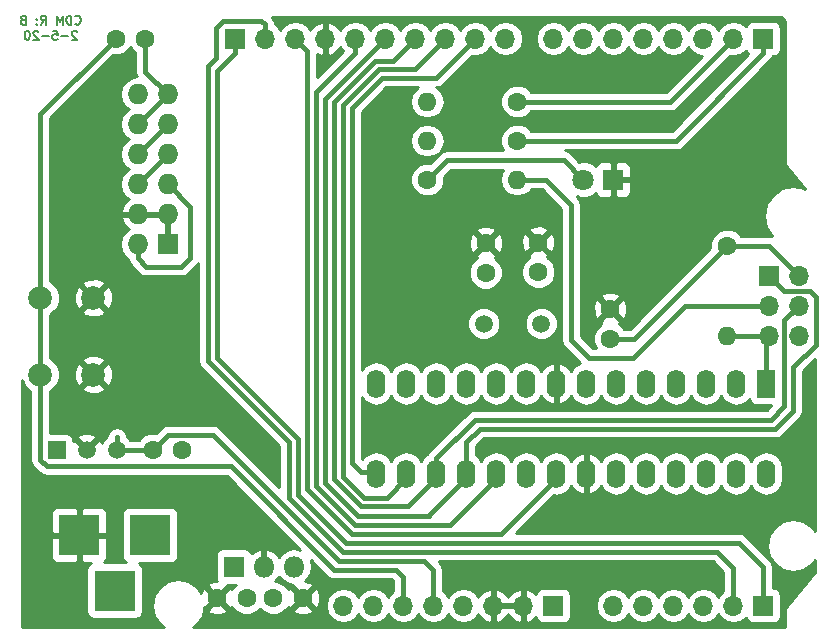
<source format=gbl>
G04 #@! TF.FileFunction,Copper,L2,Bot,Signal*
%FSLAX46Y46*%
G04 Gerber Fmt 4.6, Leading zero omitted, Abs format (unit mm)*
G04 Created by KiCad (PCBNEW 4.0.5+dfsg1-4) date Sun Mar 15 11:09:47 2020*
%MOMM*%
%LPD*%
G01*
G04 APERTURE LIST*
%ADD10C,0.100000*%
%ADD11C,0.150000*%
%ADD12C,1.600000*%
%ADD13R,1.600000X2.400000*%
%ADD14O,1.600000X2.400000*%
%ADD15R,3.500000X3.500000*%
%ADD16R,1.700000X1.700000*%
%ADD17O,1.700000X1.700000*%
%ADD18O,1.600000X1.600000*%
%ADD19C,2.000000*%
%ADD20C,1.500000*%
%ADD21R,1.800000X1.800000*%
%ADD22C,1.800000*%
%ADD23C,1.520000*%
%ADD24R,1.520000X1.520000*%
%ADD25O,1.800000X1.800000*%
%ADD26R,1.727200X1.727200*%
%ADD27O,1.727200X1.727200*%
%ADD28C,0.406400*%
%ADD29C,0.254000*%
G04 APERTURE END LIST*
D10*
D11*
X119546429Y-73163357D02*
X119582143Y-73199071D01*
X119689286Y-73234786D01*
X119760715Y-73234786D01*
X119867858Y-73199071D01*
X119939286Y-73127643D01*
X119975001Y-73056214D01*
X120010715Y-72913357D01*
X120010715Y-72806214D01*
X119975001Y-72663357D01*
X119939286Y-72591929D01*
X119867858Y-72520500D01*
X119760715Y-72484786D01*
X119689286Y-72484786D01*
X119582143Y-72520500D01*
X119546429Y-72556214D01*
X119225001Y-73234786D02*
X119225001Y-72484786D01*
X119046429Y-72484786D01*
X118939286Y-72520500D01*
X118867858Y-72591929D01*
X118832143Y-72663357D01*
X118796429Y-72806214D01*
X118796429Y-72913357D01*
X118832143Y-73056214D01*
X118867858Y-73127643D01*
X118939286Y-73199071D01*
X119046429Y-73234786D01*
X119225001Y-73234786D01*
X118475001Y-73234786D02*
X118475001Y-72484786D01*
X118225001Y-73020500D01*
X117975001Y-72484786D01*
X117975001Y-73234786D01*
X116617857Y-73234786D02*
X116867857Y-72877643D01*
X117046429Y-73234786D02*
X117046429Y-72484786D01*
X116760714Y-72484786D01*
X116689286Y-72520500D01*
X116653571Y-72556214D01*
X116617857Y-72627643D01*
X116617857Y-72734786D01*
X116653571Y-72806214D01*
X116689286Y-72841929D01*
X116760714Y-72877643D01*
X117046429Y-72877643D01*
X116296429Y-73163357D02*
X116260714Y-73199071D01*
X116296429Y-73234786D01*
X116332143Y-73199071D01*
X116296429Y-73163357D01*
X116296429Y-73234786D01*
X116296429Y-72770500D02*
X116260714Y-72806214D01*
X116296429Y-72841929D01*
X116332143Y-72806214D01*
X116296429Y-72770500D01*
X116296429Y-72841929D01*
X115117857Y-72841929D02*
X115010714Y-72877643D01*
X114974999Y-72913357D01*
X114939285Y-72984786D01*
X114939285Y-73091929D01*
X114974999Y-73163357D01*
X115010714Y-73199071D01*
X115082142Y-73234786D01*
X115367857Y-73234786D01*
X115367857Y-72484786D01*
X115117857Y-72484786D01*
X115046428Y-72520500D01*
X115010714Y-72556214D01*
X114974999Y-72627643D01*
X114974999Y-72699071D01*
X115010714Y-72770500D01*
X115046428Y-72806214D01*
X115117857Y-72841929D01*
X115367857Y-72841929D01*
X119689286Y-73831214D02*
X119653572Y-73795500D01*
X119582143Y-73759786D01*
X119403572Y-73759786D01*
X119332143Y-73795500D01*
X119296429Y-73831214D01*
X119260714Y-73902643D01*
X119260714Y-73974071D01*
X119296429Y-74081214D01*
X119725000Y-74509786D01*
X119260714Y-74509786D01*
X118939286Y-74224071D02*
X118367857Y-74224071D01*
X117653572Y-73759786D02*
X118010715Y-73759786D01*
X118046429Y-74116929D01*
X118010715Y-74081214D01*
X117939286Y-74045500D01*
X117760715Y-74045500D01*
X117689286Y-74081214D01*
X117653572Y-74116929D01*
X117617857Y-74188357D01*
X117617857Y-74366929D01*
X117653572Y-74438357D01*
X117689286Y-74474071D01*
X117760715Y-74509786D01*
X117939286Y-74509786D01*
X118010715Y-74474071D01*
X118046429Y-74438357D01*
X117296429Y-74224071D02*
X116725000Y-74224071D01*
X116403572Y-73831214D02*
X116367858Y-73795500D01*
X116296429Y-73759786D01*
X116117858Y-73759786D01*
X116046429Y-73795500D01*
X116010715Y-73831214D01*
X115975000Y-73902643D01*
X115975000Y-73974071D01*
X116010715Y-74081214D01*
X116439286Y-74509786D01*
X115975000Y-74509786D01*
X115510714Y-73759786D02*
X115439286Y-73759786D01*
X115367857Y-73795500D01*
X115332143Y-73831214D01*
X115296429Y-73902643D01*
X115260714Y-74045500D01*
X115260714Y-74224071D01*
X115296429Y-74366929D01*
X115332143Y-74438357D01*
X115367857Y-74474071D01*
X115439286Y-74509786D01*
X115510714Y-74509786D01*
X115582143Y-74474071D01*
X115617857Y-74438357D01*
X115653572Y-74366929D01*
X115689286Y-74224071D01*
X115689286Y-74045500D01*
X115653572Y-73902643D01*
X115617857Y-73831214D01*
X115582143Y-73795500D01*
X115510714Y-73759786D01*
D12*
X125476000Y-74422000D03*
X122976000Y-74422000D03*
D13*
X178054000Y-103632000D03*
D14*
X145034000Y-111252000D03*
X175514000Y-103632000D03*
X147574000Y-111252000D03*
X172974000Y-103632000D03*
X150114000Y-111252000D03*
X170434000Y-103632000D03*
X152654000Y-111252000D03*
X167894000Y-103632000D03*
X155194000Y-111252000D03*
X165354000Y-103632000D03*
X157734000Y-111252000D03*
X162814000Y-103632000D03*
X160274000Y-111252000D03*
X160274000Y-103632000D03*
X162814000Y-111252000D03*
X157734000Y-103632000D03*
X165354000Y-111252000D03*
X155194000Y-103632000D03*
X167894000Y-111252000D03*
X152654000Y-103632000D03*
X170434000Y-111252000D03*
X150114000Y-103632000D03*
X172974000Y-111252000D03*
X147574000Y-103632000D03*
X175514000Y-111252000D03*
X145034000Y-103632000D03*
X178054000Y-111252000D03*
D12*
X164846000Y-99822000D03*
X164846000Y-97322000D03*
X134072000Y-121793000D03*
X131572000Y-121793000D03*
X136311000Y-121793000D03*
X138811000Y-121793000D03*
X158750000Y-91694000D03*
X158750000Y-94194000D03*
X154305000Y-91748000D03*
X154305000Y-94248000D03*
D15*
X125888000Y-116459000D03*
X119888000Y-116459000D03*
X122888000Y-121159000D03*
D16*
X177800000Y-122428000D03*
D17*
X175260000Y-122428000D03*
X172720000Y-122428000D03*
X170180000Y-122428000D03*
X167640000Y-122428000D03*
X165100000Y-122428000D03*
D16*
X177800000Y-74422000D03*
D17*
X175260000Y-74422000D03*
X172720000Y-74422000D03*
X170180000Y-74422000D03*
X167640000Y-74422000D03*
X165100000Y-74422000D03*
X162560000Y-74422000D03*
X160020000Y-74422000D03*
D12*
X156972000Y-83058000D03*
D18*
X149352000Y-83058000D03*
D12*
X156972000Y-79756000D03*
D18*
X149352000Y-79756000D03*
D12*
X174752000Y-91948000D03*
D18*
X174752000Y-99568000D03*
D19*
X121086000Y-102870000D03*
X116586000Y-102870000D03*
X121086000Y-96370000D03*
X116586000Y-96370000D03*
D20*
X159004000Y-98552000D03*
X154124000Y-98552000D03*
D21*
X165100000Y-86360000D03*
D22*
X162560000Y-86360000D03*
D12*
X149352000Y-86360000D03*
D18*
X156972000Y-86360000D03*
D16*
X160020000Y-122428000D03*
D17*
X157480000Y-122428000D03*
X154940000Y-122428000D03*
X152400000Y-122428000D03*
X149860000Y-122428000D03*
X147320000Y-122428000D03*
X144780000Y-122428000D03*
X142240000Y-122428000D03*
D16*
X178308000Y-94488000D03*
D17*
X180848000Y-94488000D03*
X178308000Y-97028000D03*
X180848000Y-97028000D03*
X178308000Y-99568000D03*
X180848000Y-99568000D03*
D16*
X133096000Y-74422000D03*
D17*
X135636000Y-74422000D03*
X138176000Y-74422000D03*
X140716000Y-74422000D03*
X143256000Y-74422000D03*
X145796000Y-74422000D03*
X148336000Y-74422000D03*
X150876000Y-74422000D03*
X153416000Y-74422000D03*
X155956000Y-74422000D03*
D12*
X126111000Y-109220000D03*
X128611000Y-109220000D03*
D23*
X120523000Y-109220000D03*
X123063000Y-109220000D03*
D24*
X117983000Y-109220000D03*
D21*
X132969000Y-119126000D03*
D25*
X135509000Y-119126000D03*
X138049000Y-119126000D03*
D26*
X127381000Y-91821000D03*
D27*
X124841000Y-91821000D03*
X127381000Y-89281000D03*
X124841000Y-89281000D03*
X127381000Y-86741000D03*
X124841000Y-86741000D03*
X127381000Y-84201000D03*
X124841000Y-84201000D03*
X127381000Y-81661000D03*
X124841000Y-81661000D03*
X127381000Y-79121000D03*
X124841000Y-79121000D03*
D28*
X129286000Y-92964000D02*
X129286000Y-88646000D01*
X129286000Y-88646000D02*
X127381000Y-86741000D01*
X128524000Y-93726000D02*
X129286000Y-92964000D01*
X125524686Y-93726000D02*
X128524000Y-93726000D01*
X124841000Y-91821000D02*
X124841000Y-93042314D01*
X124841000Y-93042314D02*
X125524686Y-93726000D01*
X164846000Y-99822000D02*
X166878000Y-99822000D01*
X166878000Y-99822000D02*
X174752000Y-91948000D01*
X174244000Y-91948000D02*
X178308000Y-91948000D01*
X178308000Y-91948000D02*
X180848000Y-94488000D01*
X122976000Y-74422000D02*
X116586000Y-80812000D01*
X116586000Y-80812000D02*
X116586000Y-96370000D01*
X116586000Y-102870000D02*
X116586000Y-110074522D01*
X116586000Y-110074522D02*
X117128478Y-110617000D01*
X117128478Y-110617000D02*
X132715000Y-110617000D01*
X132715000Y-110617000D02*
X141478000Y-119380000D01*
X141478000Y-119380000D02*
X146685000Y-119380000D01*
X146685000Y-119380000D02*
X147320000Y-120015000D01*
X147320000Y-120015000D02*
X147320000Y-122428000D01*
X116586000Y-96370000D02*
X116586000Y-102870000D01*
X174244000Y-99568000D02*
X178308000Y-99568000D01*
X178181000Y-99695000D02*
X178308000Y-99568000D01*
X178054000Y-102743000D02*
X178054000Y-99822000D01*
X178054000Y-99822000D02*
X178308000Y-99568000D01*
X177800000Y-119126000D02*
X177800000Y-121171600D01*
X175768000Y-117094000D02*
X177800000Y-119126000D01*
X142494000Y-117094000D02*
X175768000Y-117094000D01*
X138430000Y-113030000D02*
X142494000Y-117094000D01*
X138430000Y-108331000D02*
X138430000Y-113030000D01*
X131572000Y-101473000D02*
X138430000Y-108331000D01*
X131572000Y-77202400D02*
X131572000Y-101473000D01*
X133096000Y-75678400D02*
X131572000Y-77202400D01*
X133096000Y-74422000D02*
X133096000Y-75678400D01*
X177800000Y-121171600D02*
X177800000Y-122428000D01*
X130810000Y-101727000D02*
X137668000Y-108585000D01*
X137668000Y-108585000D02*
X137668000Y-113284000D01*
X175260000Y-119253000D02*
X175260000Y-120015000D01*
X142240000Y-117856000D02*
X137668000Y-113284000D01*
X135636000Y-74422000D02*
X135636000Y-73219919D01*
X135636000Y-73219919D02*
X135314081Y-72898000D01*
X135314081Y-72898000D02*
X132080000Y-72898000D01*
X132080000Y-72898000D02*
X131445000Y-73533000D01*
X130810000Y-76708000D02*
X130810000Y-101727000D01*
X131445000Y-73533000D02*
X131445000Y-76073000D01*
X131445000Y-76073000D02*
X130810000Y-76708000D01*
X175260000Y-122428000D02*
X175260000Y-120015000D01*
X175260000Y-119253000D02*
X173863000Y-117856000D01*
X173863000Y-117856000D02*
X142240000Y-117856000D01*
X145034000Y-111125000D02*
X143764000Y-111125000D01*
X145542000Y-77724000D02*
X150114000Y-77724000D01*
X143764000Y-111125000D02*
X143002000Y-110363000D01*
X143002000Y-80264000D02*
X145542000Y-77724000D01*
X143002000Y-110363000D02*
X143002000Y-80264000D01*
X150114000Y-77724000D02*
X153416000Y-74422000D01*
X147574000Y-111652000D02*
X145942000Y-113284000D01*
X145942000Y-113284000D02*
X144018000Y-113284000D01*
X144018000Y-113284000D02*
X142240000Y-111506000D01*
X145288000Y-76962000D02*
X148336000Y-76962000D01*
X142240000Y-111506000D02*
X142240000Y-80010000D01*
X142240000Y-80010000D02*
X145288000Y-76962000D01*
X148336000Y-76962000D02*
X150876000Y-74422000D01*
X150114000Y-111633000D02*
X147720000Y-114027000D01*
X141478000Y-79756000D02*
X144907000Y-76327000D01*
X147720000Y-114027000D02*
X143764000Y-114027000D01*
X143764000Y-114027000D02*
X141478000Y-111741000D01*
X141478000Y-111741000D02*
X141478000Y-79756000D01*
X144907000Y-76327000D02*
X146431000Y-76327000D01*
X146431000Y-76327000D02*
X148336000Y-74422000D01*
X179591599Y-98284401D02*
X180848000Y-97028000D01*
X150114000Y-109963000D02*
X150114000Y-111252000D01*
X179591599Y-98284401D02*
X179591599Y-105523401D01*
X179591599Y-105523401D02*
X178435000Y-106680000D01*
X178435000Y-106680000D02*
X153397000Y-106680000D01*
X153397000Y-106680000D02*
X150114000Y-109963000D01*
X140716000Y-79502000D02*
X145796000Y-74422000D01*
X140716000Y-79502000D02*
X140716000Y-112014000D01*
X140716000Y-112014000D02*
X143510000Y-114808000D01*
X178308000Y-94488000D02*
X179578000Y-95758000D01*
X181737000Y-95758000D02*
X182245000Y-96266000D01*
X179578000Y-95758000D02*
X181737000Y-95758000D01*
X182245000Y-96266000D02*
X182245000Y-100330000D01*
X182245000Y-100330000D02*
X180340000Y-102235000D01*
X152654000Y-111633000D02*
X149498000Y-114789000D01*
X180340000Y-102235000D02*
X180340000Y-105918000D01*
X180340000Y-105918000D02*
X178816000Y-107442000D01*
X178816000Y-107442000D02*
X153797000Y-107442000D01*
X153797000Y-107442000D02*
X152654000Y-108585000D01*
X152654000Y-108585000D02*
X152654000Y-110763000D01*
X149479000Y-114808000D02*
X143491000Y-114808000D01*
X178308000Y-97028000D02*
X171196000Y-97028000D01*
X171196000Y-97028000D02*
X166751000Y-101473000D01*
X161544000Y-88519000D02*
X159385000Y-86360000D01*
X166751000Y-101473000D02*
X163068000Y-101473000D01*
X161544000Y-99949000D02*
X161544000Y-88519000D01*
X163068000Y-101473000D02*
X161544000Y-99949000D01*
X159385000Y-86360000D02*
X156972000Y-86360000D01*
X139954000Y-112303000D02*
X139954000Y-79121000D01*
X143256000Y-74422000D02*
X143256000Y-75624081D01*
X143256000Y-75624081D02*
X139954000Y-78926081D01*
X139954000Y-78926081D02*
X139954000Y-79121000D01*
X155194000Y-111687000D02*
X151276000Y-115605000D01*
X151276000Y-115605000D02*
X143256000Y-115605000D01*
X143256000Y-115605000D02*
X139954000Y-112303000D01*
X160274000Y-111687000D02*
X155594000Y-116367000D01*
X155594000Y-116367000D02*
X143002000Y-116367000D01*
X143002000Y-116367000D02*
X139192000Y-112557000D01*
X139192000Y-112557000D02*
X139192000Y-75438000D01*
X139192000Y-75438000D02*
X138176000Y-74422000D01*
X156972000Y-83058000D02*
X170420400Y-83058000D01*
X170420400Y-83058000D02*
X177800000Y-75678400D01*
X177800000Y-75678400D02*
X177800000Y-74422000D01*
X156972000Y-79756000D02*
X169926000Y-79756000D01*
X169926000Y-79756000D02*
X175260000Y-74422000D01*
X151003000Y-84709000D02*
X160909000Y-84709000D01*
X160909000Y-84709000D02*
X162560000Y-86360000D01*
X149352000Y-86360000D02*
X151003000Y-84709000D01*
X123063000Y-108145198D02*
X123063000Y-109220000D01*
X126111000Y-109220000D02*
X127381000Y-107950000D01*
X127381000Y-107950000D02*
X131191000Y-107950000D01*
X131191000Y-107950000D02*
X141859000Y-118618000D01*
X141859000Y-118618000D02*
X149098000Y-118618000D01*
X149098000Y-118618000D02*
X149860000Y-119380000D01*
X149860000Y-119380000D02*
X149860000Y-122428000D01*
X126111000Y-109220000D02*
X123063000Y-109220000D01*
X127381000Y-79121000D02*
X124841000Y-81661000D01*
X125476000Y-74422000D02*
X125476000Y-77216000D01*
X125476000Y-77216000D02*
X127381000Y-79121000D01*
X127381000Y-81661000D02*
X124841000Y-84201000D01*
X124841000Y-86741000D02*
X127381000Y-84201000D01*
D29*
G36*
X182170000Y-116142958D02*
X181919677Y-115768323D01*
X181194915Y-115284053D01*
X180340000Y-115114000D01*
X179485085Y-115284053D01*
X178760323Y-115768323D01*
X178276053Y-116493085D01*
X178106000Y-117348000D01*
X178276053Y-118202915D01*
X178760323Y-118927677D01*
X179485085Y-119411947D01*
X180340000Y-119582000D01*
X181194915Y-119411947D01*
X181919677Y-118927677D01*
X182170000Y-118553042D01*
X182170000Y-119630945D01*
X179794563Y-122481469D01*
X179743451Y-122575388D01*
X179684046Y-122664295D01*
X179677697Y-122696214D01*
X179662141Y-122724798D01*
X179650861Y-122831125D01*
X179630000Y-122936000D01*
X179630000Y-124258000D01*
X129475042Y-124258000D01*
X129849677Y-124007677D01*
X130333947Y-123282915D01*
X130429856Y-122800745D01*
X130743861Y-122800745D01*
X130817995Y-123046864D01*
X131355223Y-123239965D01*
X131925454Y-123212778D01*
X132326005Y-123046864D01*
X132400139Y-122800745D01*
X131572000Y-121972605D01*
X130743861Y-122800745D01*
X130429856Y-122800745D01*
X130471160Y-122593098D01*
X130564255Y-122621139D01*
X131392395Y-121793000D01*
X130564255Y-120964861D01*
X130318136Y-121038995D01*
X130198842Y-121370885D01*
X129849677Y-120848323D01*
X129124915Y-120364053D01*
X128270000Y-120194000D01*
X127415085Y-120364053D01*
X126690323Y-120848323D01*
X126206053Y-121573085D01*
X126036000Y-122428000D01*
X126206053Y-123282915D01*
X126690323Y-124007677D01*
X127064958Y-124258000D01*
X115010000Y-124258000D01*
X115010000Y-116744750D01*
X117503000Y-116744750D01*
X117503000Y-118335310D01*
X117599673Y-118568699D01*
X117778302Y-118747327D01*
X118011691Y-118844000D01*
X119602250Y-118844000D01*
X119761000Y-118685250D01*
X119761000Y-116586000D01*
X120015000Y-116586000D01*
X120015000Y-118685250D01*
X120173750Y-118844000D01*
X120843378Y-118844000D01*
X120686559Y-118944910D01*
X120541569Y-119157110D01*
X120490560Y-119409000D01*
X120490560Y-122909000D01*
X120534838Y-123144317D01*
X120673910Y-123360441D01*
X120886110Y-123505431D01*
X121138000Y-123556440D01*
X124638000Y-123556440D01*
X124873317Y-123512162D01*
X125089441Y-123373090D01*
X125234431Y-123160890D01*
X125285440Y-122909000D01*
X125285440Y-119409000D01*
X125241162Y-119173683D01*
X125102090Y-118957559D01*
X124954097Y-118856440D01*
X127638000Y-118856440D01*
X127873317Y-118812162D01*
X128089441Y-118673090D01*
X128234431Y-118460890D01*
X128285440Y-118209000D01*
X128285440Y-114709000D01*
X128241162Y-114473683D01*
X128102090Y-114257559D01*
X127889890Y-114112569D01*
X127638000Y-114061560D01*
X124138000Y-114061560D01*
X123902683Y-114105838D01*
X123686559Y-114244910D01*
X123541569Y-114457110D01*
X123490560Y-114709000D01*
X123490560Y-118209000D01*
X123534838Y-118444317D01*
X123673910Y-118660441D01*
X123821903Y-118761560D01*
X121963337Y-118761560D01*
X121997698Y-118747327D01*
X122176327Y-118568699D01*
X122273000Y-118335310D01*
X122273000Y-116744750D01*
X122114250Y-116586000D01*
X120015000Y-116586000D01*
X119761000Y-116586000D01*
X117661750Y-116586000D01*
X117503000Y-116744750D01*
X115010000Y-116744750D01*
X115010000Y-114582690D01*
X117503000Y-114582690D01*
X117503000Y-116173250D01*
X117661750Y-116332000D01*
X119761000Y-116332000D01*
X119761000Y-114232750D01*
X120015000Y-114232750D01*
X120015000Y-116332000D01*
X122114250Y-116332000D01*
X122273000Y-116173250D01*
X122273000Y-114582690D01*
X122176327Y-114349301D01*
X121997698Y-114170673D01*
X121764309Y-114074000D01*
X120173750Y-114074000D01*
X120015000Y-114232750D01*
X119761000Y-114232750D01*
X119602250Y-114074000D01*
X118011691Y-114074000D01*
X117778302Y-114170673D01*
X117599673Y-114349301D01*
X117503000Y-114582690D01*
X115010000Y-114582690D01*
X115010000Y-103337273D01*
X115199106Y-103794943D01*
X115658637Y-104255278D01*
X115747800Y-104292302D01*
X115747800Y-110074522D01*
X115811604Y-110395288D01*
X115993303Y-110667219D01*
X116535781Y-111209697D01*
X116807713Y-111391396D01*
X117128478Y-111455200D01*
X132367806Y-111455200D01*
X138609019Y-117696413D01*
X138079072Y-117591000D01*
X138018928Y-117591000D01*
X137431509Y-117707845D01*
X136933519Y-118040591D01*
X136774499Y-118278582D01*
X136416576Y-117888034D01*
X135873742Y-117634954D01*
X135636000Y-117755003D01*
X135636000Y-118999000D01*
X135656000Y-118999000D01*
X135656000Y-119253000D01*
X135636000Y-119253000D01*
X135636000Y-119273000D01*
X135382000Y-119273000D01*
X135382000Y-119253000D01*
X135362000Y-119253000D01*
X135362000Y-118999000D01*
X135382000Y-118999000D01*
X135382000Y-117755003D01*
X135144258Y-117634954D01*
X134601424Y-117888034D01*
X134478156Y-118022538D01*
X134472162Y-117990683D01*
X134333090Y-117774559D01*
X134120890Y-117629569D01*
X133869000Y-117578560D01*
X132069000Y-117578560D01*
X131833683Y-117622838D01*
X131617559Y-117761910D01*
X131472569Y-117974110D01*
X131421560Y-118226000D01*
X131421560Y-120026000D01*
X131465838Y-120261317D01*
X131528343Y-120358452D01*
X131218546Y-120373222D01*
X130817995Y-120539136D01*
X130743861Y-120785255D01*
X131572000Y-121613395D01*
X132400139Y-120785255D01*
X132366459Y-120673440D01*
X133162346Y-120673440D01*
X132856176Y-120979077D01*
X132828577Y-121045544D01*
X132825864Y-121038995D01*
X132579745Y-120964861D01*
X131751605Y-121793000D01*
X132579745Y-122621139D01*
X132825864Y-122547005D01*
X132828196Y-122540517D01*
X132854757Y-122604800D01*
X133258077Y-123008824D01*
X133785309Y-123227750D01*
X134356187Y-123228248D01*
X134883800Y-123010243D01*
X135191683Y-122702897D01*
X135497077Y-123008824D01*
X136024309Y-123227750D01*
X136595187Y-123228248D01*
X137122800Y-123010243D01*
X137332663Y-122800745D01*
X137982861Y-122800745D01*
X138056995Y-123046864D01*
X138594223Y-123239965D01*
X139164454Y-123212778D01*
X139565005Y-123046864D01*
X139639139Y-122800745D01*
X138811000Y-121972605D01*
X137982861Y-122800745D01*
X137332663Y-122800745D01*
X137526824Y-122606923D01*
X137554423Y-122540456D01*
X137557136Y-122547005D01*
X137803255Y-122621139D01*
X138631395Y-121793000D01*
X138990605Y-121793000D01*
X139818745Y-122621139D01*
X140064864Y-122547005D01*
X140257965Y-122009777D01*
X140230778Y-121439546D01*
X140064864Y-121038995D01*
X139818745Y-120964861D01*
X138990605Y-121793000D01*
X138631395Y-121793000D01*
X137803255Y-120964861D01*
X137557136Y-121038995D01*
X137554804Y-121045483D01*
X137528243Y-120981200D01*
X137124923Y-120577176D01*
X136597691Y-120358250D01*
X136421955Y-120358097D01*
X136774499Y-119973418D01*
X136933519Y-120211409D01*
X137431509Y-120544155D01*
X138018928Y-120661000D01*
X138020288Y-120661000D01*
X137982861Y-120785255D01*
X138811000Y-121613395D01*
X139639139Y-120785255D01*
X139565005Y-120539136D01*
X139027777Y-120346035D01*
X138958021Y-120349361D01*
X139164481Y-120211409D01*
X139497227Y-119713419D01*
X139614072Y-119126000D01*
X139508659Y-118596053D01*
X140885303Y-119972697D01*
X141157235Y-120154396D01*
X141478000Y-120218200D01*
X146337806Y-120218200D01*
X146481800Y-120362194D01*
X146481800Y-121207297D01*
X146269946Y-121348853D01*
X146050000Y-121678026D01*
X145830054Y-121348853D01*
X145348285Y-121026946D01*
X144780000Y-120913907D01*
X144211715Y-121026946D01*
X143729946Y-121348853D01*
X143510000Y-121678026D01*
X143290054Y-121348853D01*
X142808285Y-121026946D01*
X142240000Y-120913907D01*
X141671715Y-121026946D01*
X141189946Y-121348853D01*
X140868039Y-121830622D01*
X140755000Y-122398907D01*
X140755000Y-122457093D01*
X140868039Y-123025378D01*
X141189946Y-123507147D01*
X141671715Y-123829054D01*
X142240000Y-123942093D01*
X142808285Y-123829054D01*
X143290054Y-123507147D01*
X143510000Y-123177974D01*
X143729946Y-123507147D01*
X144211715Y-123829054D01*
X144780000Y-123942093D01*
X145348285Y-123829054D01*
X145830054Y-123507147D01*
X146050000Y-123177974D01*
X146269946Y-123507147D01*
X146751715Y-123829054D01*
X147320000Y-123942093D01*
X147888285Y-123829054D01*
X148370054Y-123507147D01*
X148590000Y-123177974D01*
X148809946Y-123507147D01*
X149291715Y-123829054D01*
X149860000Y-123942093D01*
X150428285Y-123829054D01*
X150910054Y-123507147D01*
X151130000Y-123177974D01*
X151349946Y-123507147D01*
X151831715Y-123829054D01*
X152400000Y-123942093D01*
X152968285Y-123829054D01*
X153450054Y-123507147D01*
X153677702Y-123166447D01*
X153744817Y-123309358D01*
X154173076Y-123699645D01*
X154583110Y-123869476D01*
X154813000Y-123748155D01*
X154813000Y-122555000D01*
X155067000Y-122555000D01*
X155067000Y-123748155D01*
X155296890Y-123869476D01*
X155706924Y-123699645D01*
X156135183Y-123309358D01*
X156210000Y-123150046D01*
X156284817Y-123309358D01*
X156713076Y-123699645D01*
X157123110Y-123869476D01*
X157353000Y-123748155D01*
X157353000Y-122555000D01*
X155067000Y-122555000D01*
X154813000Y-122555000D01*
X154793000Y-122555000D01*
X154793000Y-122301000D01*
X154813000Y-122301000D01*
X154813000Y-121107845D01*
X155067000Y-121107845D01*
X155067000Y-122301000D01*
X157353000Y-122301000D01*
X157353000Y-121107845D01*
X157607000Y-121107845D01*
X157607000Y-122301000D01*
X157627000Y-122301000D01*
X157627000Y-122555000D01*
X157607000Y-122555000D01*
X157607000Y-123748155D01*
X157836890Y-123869476D01*
X158246924Y-123699645D01*
X158549937Y-123423499D01*
X158566838Y-123513317D01*
X158705910Y-123729441D01*
X158918110Y-123874431D01*
X159170000Y-123925440D01*
X160870000Y-123925440D01*
X161105317Y-123881162D01*
X161321441Y-123742090D01*
X161466431Y-123529890D01*
X161517440Y-123278000D01*
X161517440Y-121578000D01*
X161473162Y-121342683D01*
X161334090Y-121126559D01*
X161121890Y-120981569D01*
X160870000Y-120930560D01*
X159170000Y-120930560D01*
X158934683Y-120974838D01*
X158718559Y-121113910D01*
X158573569Y-121326110D01*
X158551699Y-121434107D01*
X158246924Y-121156355D01*
X157836890Y-120986524D01*
X157607000Y-121107845D01*
X157353000Y-121107845D01*
X157123110Y-120986524D01*
X156713076Y-121156355D01*
X156284817Y-121546642D01*
X156210000Y-121705954D01*
X156135183Y-121546642D01*
X155706924Y-121156355D01*
X155296890Y-120986524D01*
X155067000Y-121107845D01*
X154813000Y-121107845D01*
X154583110Y-120986524D01*
X154173076Y-121156355D01*
X153744817Y-121546642D01*
X153677702Y-121689553D01*
X153450054Y-121348853D01*
X152968285Y-121026946D01*
X152400000Y-120913907D01*
X151831715Y-121026946D01*
X151349946Y-121348853D01*
X151130000Y-121678026D01*
X150910054Y-121348853D01*
X150698200Y-121207297D01*
X150698200Y-119380000D01*
X150634396Y-119059235D01*
X150452697Y-118787303D01*
X150359594Y-118694200D01*
X173515806Y-118694200D01*
X174421800Y-119600194D01*
X174421800Y-121207297D01*
X174209946Y-121348853D01*
X173990000Y-121678026D01*
X173770054Y-121348853D01*
X173288285Y-121026946D01*
X172720000Y-120913907D01*
X172151715Y-121026946D01*
X171669946Y-121348853D01*
X171450000Y-121678026D01*
X171230054Y-121348853D01*
X170748285Y-121026946D01*
X170180000Y-120913907D01*
X169611715Y-121026946D01*
X169129946Y-121348853D01*
X168910000Y-121678026D01*
X168690054Y-121348853D01*
X168208285Y-121026946D01*
X167640000Y-120913907D01*
X167071715Y-121026946D01*
X166589946Y-121348853D01*
X166370000Y-121678026D01*
X166150054Y-121348853D01*
X165668285Y-121026946D01*
X165100000Y-120913907D01*
X164531715Y-121026946D01*
X164049946Y-121348853D01*
X163728039Y-121830622D01*
X163615000Y-122398907D01*
X163615000Y-122457093D01*
X163728039Y-123025378D01*
X164049946Y-123507147D01*
X164531715Y-123829054D01*
X165100000Y-123942093D01*
X165668285Y-123829054D01*
X166150054Y-123507147D01*
X166370000Y-123177974D01*
X166589946Y-123507147D01*
X167071715Y-123829054D01*
X167640000Y-123942093D01*
X168208285Y-123829054D01*
X168690054Y-123507147D01*
X168910000Y-123177974D01*
X169129946Y-123507147D01*
X169611715Y-123829054D01*
X170180000Y-123942093D01*
X170748285Y-123829054D01*
X171230054Y-123507147D01*
X171450000Y-123177974D01*
X171669946Y-123507147D01*
X172151715Y-123829054D01*
X172720000Y-123942093D01*
X173288285Y-123829054D01*
X173770054Y-123507147D01*
X173990000Y-123177974D01*
X174209946Y-123507147D01*
X174691715Y-123829054D01*
X175260000Y-123942093D01*
X175828285Y-123829054D01*
X176310054Y-123507147D01*
X176337850Y-123465548D01*
X176346838Y-123513317D01*
X176485910Y-123729441D01*
X176698110Y-123874431D01*
X176950000Y-123925440D01*
X178650000Y-123925440D01*
X178885317Y-123881162D01*
X179101441Y-123742090D01*
X179246431Y-123529890D01*
X179297440Y-123278000D01*
X179297440Y-121578000D01*
X179253162Y-121342683D01*
X179114090Y-121126559D01*
X178901890Y-120981569D01*
X178650000Y-120930560D01*
X178638200Y-120930560D01*
X178638200Y-119126000D01*
X178574396Y-118805235D01*
X178574396Y-118805234D01*
X178392697Y-118533303D01*
X176360697Y-116501303D01*
X176088766Y-116319604D01*
X175768000Y-116255800D01*
X156890594Y-116255800D01*
X160065014Y-113081380D01*
X160274000Y-113122950D01*
X160823151Y-113013717D01*
X161288698Y-112702648D01*
X161541507Y-112324293D01*
X161889104Y-112756500D01*
X162382181Y-113026367D01*
X162464961Y-113043904D01*
X162687000Y-112921915D01*
X162687000Y-111379000D01*
X162667000Y-111379000D01*
X162667000Y-111125000D01*
X162687000Y-111125000D01*
X162687000Y-109582085D01*
X162941000Y-109582085D01*
X162941000Y-111125000D01*
X162961000Y-111125000D01*
X162961000Y-111379000D01*
X162941000Y-111379000D01*
X162941000Y-112921915D01*
X163163039Y-113043904D01*
X163245819Y-113026367D01*
X163738896Y-112756500D01*
X164086493Y-112324293D01*
X164339302Y-112702648D01*
X164804849Y-113013717D01*
X165354000Y-113122950D01*
X165903151Y-113013717D01*
X166368698Y-112702648D01*
X166624000Y-112320562D01*
X166879302Y-112702648D01*
X167344849Y-113013717D01*
X167894000Y-113122950D01*
X168443151Y-113013717D01*
X168908698Y-112702648D01*
X169164000Y-112320562D01*
X169419302Y-112702648D01*
X169884849Y-113013717D01*
X170434000Y-113122950D01*
X170983151Y-113013717D01*
X171448698Y-112702648D01*
X171704000Y-112320562D01*
X171959302Y-112702648D01*
X172424849Y-113013717D01*
X172974000Y-113122950D01*
X173523151Y-113013717D01*
X173988698Y-112702648D01*
X174244000Y-112320562D01*
X174499302Y-112702648D01*
X174964849Y-113013717D01*
X175514000Y-113122950D01*
X176063151Y-113013717D01*
X176528698Y-112702648D01*
X176784000Y-112320562D01*
X177039302Y-112702648D01*
X177504849Y-113013717D01*
X178054000Y-113122950D01*
X178603151Y-113013717D01*
X179068698Y-112702648D01*
X179379767Y-112237101D01*
X179489000Y-111687950D01*
X179489000Y-110816050D01*
X179379767Y-110266899D01*
X179068698Y-109801352D01*
X178603151Y-109490283D01*
X178054000Y-109381050D01*
X177504849Y-109490283D01*
X177039302Y-109801352D01*
X176784000Y-110183438D01*
X176528698Y-109801352D01*
X176063151Y-109490283D01*
X175514000Y-109381050D01*
X174964849Y-109490283D01*
X174499302Y-109801352D01*
X174244000Y-110183438D01*
X173988698Y-109801352D01*
X173523151Y-109490283D01*
X172974000Y-109381050D01*
X172424849Y-109490283D01*
X171959302Y-109801352D01*
X171704000Y-110183438D01*
X171448698Y-109801352D01*
X170983151Y-109490283D01*
X170434000Y-109381050D01*
X169884849Y-109490283D01*
X169419302Y-109801352D01*
X169164000Y-110183438D01*
X168908698Y-109801352D01*
X168443151Y-109490283D01*
X167894000Y-109381050D01*
X167344849Y-109490283D01*
X166879302Y-109801352D01*
X166624000Y-110183438D01*
X166368698Y-109801352D01*
X165903151Y-109490283D01*
X165354000Y-109381050D01*
X164804849Y-109490283D01*
X164339302Y-109801352D01*
X164086493Y-110179707D01*
X163738896Y-109747500D01*
X163245819Y-109477633D01*
X163163039Y-109460096D01*
X162941000Y-109582085D01*
X162687000Y-109582085D01*
X162464961Y-109460096D01*
X162382181Y-109477633D01*
X161889104Y-109747500D01*
X161541507Y-110179707D01*
X161288698Y-109801352D01*
X160823151Y-109490283D01*
X160274000Y-109381050D01*
X159724849Y-109490283D01*
X159259302Y-109801352D01*
X159004000Y-110183438D01*
X158748698Y-109801352D01*
X158283151Y-109490283D01*
X157734000Y-109381050D01*
X157184849Y-109490283D01*
X156719302Y-109801352D01*
X156464000Y-110183438D01*
X156208698Y-109801352D01*
X155743151Y-109490283D01*
X155194000Y-109381050D01*
X154644849Y-109490283D01*
X154179302Y-109801352D01*
X153924000Y-110183438D01*
X153668698Y-109801352D01*
X153492200Y-109683420D01*
X153492200Y-108932194D01*
X154144194Y-108280200D01*
X178816000Y-108280200D01*
X179136766Y-108216396D01*
X179408697Y-108034697D01*
X180932697Y-106510697D01*
X181114396Y-106238765D01*
X181178200Y-105918000D01*
X181178200Y-102582194D01*
X182170000Y-101590394D01*
X182170000Y-116142958D01*
X182170000Y-116142958D01*
G37*
X182170000Y-116142958D02*
X181919677Y-115768323D01*
X181194915Y-115284053D01*
X180340000Y-115114000D01*
X179485085Y-115284053D01*
X178760323Y-115768323D01*
X178276053Y-116493085D01*
X178106000Y-117348000D01*
X178276053Y-118202915D01*
X178760323Y-118927677D01*
X179485085Y-119411947D01*
X180340000Y-119582000D01*
X181194915Y-119411947D01*
X181919677Y-118927677D01*
X182170000Y-118553042D01*
X182170000Y-119630945D01*
X179794563Y-122481469D01*
X179743451Y-122575388D01*
X179684046Y-122664295D01*
X179677697Y-122696214D01*
X179662141Y-122724798D01*
X179650861Y-122831125D01*
X179630000Y-122936000D01*
X179630000Y-124258000D01*
X129475042Y-124258000D01*
X129849677Y-124007677D01*
X130333947Y-123282915D01*
X130429856Y-122800745D01*
X130743861Y-122800745D01*
X130817995Y-123046864D01*
X131355223Y-123239965D01*
X131925454Y-123212778D01*
X132326005Y-123046864D01*
X132400139Y-122800745D01*
X131572000Y-121972605D01*
X130743861Y-122800745D01*
X130429856Y-122800745D01*
X130471160Y-122593098D01*
X130564255Y-122621139D01*
X131392395Y-121793000D01*
X130564255Y-120964861D01*
X130318136Y-121038995D01*
X130198842Y-121370885D01*
X129849677Y-120848323D01*
X129124915Y-120364053D01*
X128270000Y-120194000D01*
X127415085Y-120364053D01*
X126690323Y-120848323D01*
X126206053Y-121573085D01*
X126036000Y-122428000D01*
X126206053Y-123282915D01*
X126690323Y-124007677D01*
X127064958Y-124258000D01*
X115010000Y-124258000D01*
X115010000Y-116744750D01*
X117503000Y-116744750D01*
X117503000Y-118335310D01*
X117599673Y-118568699D01*
X117778302Y-118747327D01*
X118011691Y-118844000D01*
X119602250Y-118844000D01*
X119761000Y-118685250D01*
X119761000Y-116586000D01*
X120015000Y-116586000D01*
X120015000Y-118685250D01*
X120173750Y-118844000D01*
X120843378Y-118844000D01*
X120686559Y-118944910D01*
X120541569Y-119157110D01*
X120490560Y-119409000D01*
X120490560Y-122909000D01*
X120534838Y-123144317D01*
X120673910Y-123360441D01*
X120886110Y-123505431D01*
X121138000Y-123556440D01*
X124638000Y-123556440D01*
X124873317Y-123512162D01*
X125089441Y-123373090D01*
X125234431Y-123160890D01*
X125285440Y-122909000D01*
X125285440Y-119409000D01*
X125241162Y-119173683D01*
X125102090Y-118957559D01*
X124954097Y-118856440D01*
X127638000Y-118856440D01*
X127873317Y-118812162D01*
X128089441Y-118673090D01*
X128234431Y-118460890D01*
X128285440Y-118209000D01*
X128285440Y-114709000D01*
X128241162Y-114473683D01*
X128102090Y-114257559D01*
X127889890Y-114112569D01*
X127638000Y-114061560D01*
X124138000Y-114061560D01*
X123902683Y-114105838D01*
X123686559Y-114244910D01*
X123541569Y-114457110D01*
X123490560Y-114709000D01*
X123490560Y-118209000D01*
X123534838Y-118444317D01*
X123673910Y-118660441D01*
X123821903Y-118761560D01*
X121963337Y-118761560D01*
X121997698Y-118747327D01*
X122176327Y-118568699D01*
X122273000Y-118335310D01*
X122273000Y-116744750D01*
X122114250Y-116586000D01*
X120015000Y-116586000D01*
X119761000Y-116586000D01*
X117661750Y-116586000D01*
X117503000Y-116744750D01*
X115010000Y-116744750D01*
X115010000Y-114582690D01*
X117503000Y-114582690D01*
X117503000Y-116173250D01*
X117661750Y-116332000D01*
X119761000Y-116332000D01*
X119761000Y-114232750D01*
X120015000Y-114232750D01*
X120015000Y-116332000D01*
X122114250Y-116332000D01*
X122273000Y-116173250D01*
X122273000Y-114582690D01*
X122176327Y-114349301D01*
X121997698Y-114170673D01*
X121764309Y-114074000D01*
X120173750Y-114074000D01*
X120015000Y-114232750D01*
X119761000Y-114232750D01*
X119602250Y-114074000D01*
X118011691Y-114074000D01*
X117778302Y-114170673D01*
X117599673Y-114349301D01*
X117503000Y-114582690D01*
X115010000Y-114582690D01*
X115010000Y-103337273D01*
X115199106Y-103794943D01*
X115658637Y-104255278D01*
X115747800Y-104292302D01*
X115747800Y-110074522D01*
X115811604Y-110395288D01*
X115993303Y-110667219D01*
X116535781Y-111209697D01*
X116807713Y-111391396D01*
X117128478Y-111455200D01*
X132367806Y-111455200D01*
X138609019Y-117696413D01*
X138079072Y-117591000D01*
X138018928Y-117591000D01*
X137431509Y-117707845D01*
X136933519Y-118040591D01*
X136774499Y-118278582D01*
X136416576Y-117888034D01*
X135873742Y-117634954D01*
X135636000Y-117755003D01*
X135636000Y-118999000D01*
X135656000Y-118999000D01*
X135656000Y-119253000D01*
X135636000Y-119253000D01*
X135636000Y-119273000D01*
X135382000Y-119273000D01*
X135382000Y-119253000D01*
X135362000Y-119253000D01*
X135362000Y-118999000D01*
X135382000Y-118999000D01*
X135382000Y-117755003D01*
X135144258Y-117634954D01*
X134601424Y-117888034D01*
X134478156Y-118022538D01*
X134472162Y-117990683D01*
X134333090Y-117774559D01*
X134120890Y-117629569D01*
X133869000Y-117578560D01*
X132069000Y-117578560D01*
X131833683Y-117622838D01*
X131617559Y-117761910D01*
X131472569Y-117974110D01*
X131421560Y-118226000D01*
X131421560Y-120026000D01*
X131465838Y-120261317D01*
X131528343Y-120358452D01*
X131218546Y-120373222D01*
X130817995Y-120539136D01*
X130743861Y-120785255D01*
X131572000Y-121613395D01*
X132400139Y-120785255D01*
X132366459Y-120673440D01*
X133162346Y-120673440D01*
X132856176Y-120979077D01*
X132828577Y-121045544D01*
X132825864Y-121038995D01*
X132579745Y-120964861D01*
X131751605Y-121793000D01*
X132579745Y-122621139D01*
X132825864Y-122547005D01*
X132828196Y-122540517D01*
X132854757Y-122604800D01*
X133258077Y-123008824D01*
X133785309Y-123227750D01*
X134356187Y-123228248D01*
X134883800Y-123010243D01*
X135191683Y-122702897D01*
X135497077Y-123008824D01*
X136024309Y-123227750D01*
X136595187Y-123228248D01*
X137122800Y-123010243D01*
X137332663Y-122800745D01*
X137982861Y-122800745D01*
X138056995Y-123046864D01*
X138594223Y-123239965D01*
X139164454Y-123212778D01*
X139565005Y-123046864D01*
X139639139Y-122800745D01*
X138811000Y-121972605D01*
X137982861Y-122800745D01*
X137332663Y-122800745D01*
X137526824Y-122606923D01*
X137554423Y-122540456D01*
X137557136Y-122547005D01*
X137803255Y-122621139D01*
X138631395Y-121793000D01*
X138990605Y-121793000D01*
X139818745Y-122621139D01*
X140064864Y-122547005D01*
X140257965Y-122009777D01*
X140230778Y-121439546D01*
X140064864Y-121038995D01*
X139818745Y-120964861D01*
X138990605Y-121793000D01*
X138631395Y-121793000D01*
X137803255Y-120964861D01*
X137557136Y-121038995D01*
X137554804Y-121045483D01*
X137528243Y-120981200D01*
X137124923Y-120577176D01*
X136597691Y-120358250D01*
X136421955Y-120358097D01*
X136774499Y-119973418D01*
X136933519Y-120211409D01*
X137431509Y-120544155D01*
X138018928Y-120661000D01*
X138020288Y-120661000D01*
X137982861Y-120785255D01*
X138811000Y-121613395D01*
X139639139Y-120785255D01*
X139565005Y-120539136D01*
X139027777Y-120346035D01*
X138958021Y-120349361D01*
X139164481Y-120211409D01*
X139497227Y-119713419D01*
X139614072Y-119126000D01*
X139508659Y-118596053D01*
X140885303Y-119972697D01*
X141157235Y-120154396D01*
X141478000Y-120218200D01*
X146337806Y-120218200D01*
X146481800Y-120362194D01*
X146481800Y-121207297D01*
X146269946Y-121348853D01*
X146050000Y-121678026D01*
X145830054Y-121348853D01*
X145348285Y-121026946D01*
X144780000Y-120913907D01*
X144211715Y-121026946D01*
X143729946Y-121348853D01*
X143510000Y-121678026D01*
X143290054Y-121348853D01*
X142808285Y-121026946D01*
X142240000Y-120913907D01*
X141671715Y-121026946D01*
X141189946Y-121348853D01*
X140868039Y-121830622D01*
X140755000Y-122398907D01*
X140755000Y-122457093D01*
X140868039Y-123025378D01*
X141189946Y-123507147D01*
X141671715Y-123829054D01*
X142240000Y-123942093D01*
X142808285Y-123829054D01*
X143290054Y-123507147D01*
X143510000Y-123177974D01*
X143729946Y-123507147D01*
X144211715Y-123829054D01*
X144780000Y-123942093D01*
X145348285Y-123829054D01*
X145830054Y-123507147D01*
X146050000Y-123177974D01*
X146269946Y-123507147D01*
X146751715Y-123829054D01*
X147320000Y-123942093D01*
X147888285Y-123829054D01*
X148370054Y-123507147D01*
X148590000Y-123177974D01*
X148809946Y-123507147D01*
X149291715Y-123829054D01*
X149860000Y-123942093D01*
X150428285Y-123829054D01*
X150910054Y-123507147D01*
X151130000Y-123177974D01*
X151349946Y-123507147D01*
X151831715Y-123829054D01*
X152400000Y-123942093D01*
X152968285Y-123829054D01*
X153450054Y-123507147D01*
X153677702Y-123166447D01*
X153744817Y-123309358D01*
X154173076Y-123699645D01*
X154583110Y-123869476D01*
X154813000Y-123748155D01*
X154813000Y-122555000D01*
X155067000Y-122555000D01*
X155067000Y-123748155D01*
X155296890Y-123869476D01*
X155706924Y-123699645D01*
X156135183Y-123309358D01*
X156210000Y-123150046D01*
X156284817Y-123309358D01*
X156713076Y-123699645D01*
X157123110Y-123869476D01*
X157353000Y-123748155D01*
X157353000Y-122555000D01*
X155067000Y-122555000D01*
X154813000Y-122555000D01*
X154793000Y-122555000D01*
X154793000Y-122301000D01*
X154813000Y-122301000D01*
X154813000Y-121107845D01*
X155067000Y-121107845D01*
X155067000Y-122301000D01*
X157353000Y-122301000D01*
X157353000Y-121107845D01*
X157607000Y-121107845D01*
X157607000Y-122301000D01*
X157627000Y-122301000D01*
X157627000Y-122555000D01*
X157607000Y-122555000D01*
X157607000Y-123748155D01*
X157836890Y-123869476D01*
X158246924Y-123699645D01*
X158549937Y-123423499D01*
X158566838Y-123513317D01*
X158705910Y-123729441D01*
X158918110Y-123874431D01*
X159170000Y-123925440D01*
X160870000Y-123925440D01*
X161105317Y-123881162D01*
X161321441Y-123742090D01*
X161466431Y-123529890D01*
X161517440Y-123278000D01*
X161517440Y-121578000D01*
X161473162Y-121342683D01*
X161334090Y-121126559D01*
X161121890Y-120981569D01*
X160870000Y-120930560D01*
X159170000Y-120930560D01*
X158934683Y-120974838D01*
X158718559Y-121113910D01*
X158573569Y-121326110D01*
X158551699Y-121434107D01*
X158246924Y-121156355D01*
X157836890Y-120986524D01*
X157607000Y-121107845D01*
X157353000Y-121107845D01*
X157123110Y-120986524D01*
X156713076Y-121156355D01*
X156284817Y-121546642D01*
X156210000Y-121705954D01*
X156135183Y-121546642D01*
X155706924Y-121156355D01*
X155296890Y-120986524D01*
X155067000Y-121107845D01*
X154813000Y-121107845D01*
X154583110Y-120986524D01*
X154173076Y-121156355D01*
X153744817Y-121546642D01*
X153677702Y-121689553D01*
X153450054Y-121348853D01*
X152968285Y-121026946D01*
X152400000Y-120913907D01*
X151831715Y-121026946D01*
X151349946Y-121348853D01*
X151130000Y-121678026D01*
X150910054Y-121348853D01*
X150698200Y-121207297D01*
X150698200Y-119380000D01*
X150634396Y-119059235D01*
X150452697Y-118787303D01*
X150359594Y-118694200D01*
X173515806Y-118694200D01*
X174421800Y-119600194D01*
X174421800Y-121207297D01*
X174209946Y-121348853D01*
X173990000Y-121678026D01*
X173770054Y-121348853D01*
X173288285Y-121026946D01*
X172720000Y-120913907D01*
X172151715Y-121026946D01*
X171669946Y-121348853D01*
X171450000Y-121678026D01*
X171230054Y-121348853D01*
X170748285Y-121026946D01*
X170180000Y-120913907D01*
X169611715Y-121026946D01*
X169129946Y-121348853D01*
X168910000Y-121678026D01*
X168690054Y-121348853D01*
X168208285Y-121026946D01*
X167640000Y-120913907D01*
X167071715Y-121026946D01*
X166589946Y-121348853D01*
X166370000Y-121678026D01*
X166150054Y-121348853D01*
X165668285Y-121026946D01*
X165100000Y-120913907D01*
X164531715Y-121026946D01*
X164049946Y-121348853D01*
X163728039Y-121830622D01*
X163615000Y-122398907D01*
X163615000Y-122457093D01*
X163728039Y-123025378D01*
X164049946Y-123507147D01*
X164531715Y-123829054D01*
X165100000Y-123942093D01*
X165668285Y-123829054D01*
X166150054Y-123507147D01*
X166370000Y-123177974D01*
X166589946Y-123507147D01*
X167071715Y-123829054D01*
X167640000Y-123942093D01*
X168208285Y-123829054D01*
X168690054Y-123507147D01*
X168910000Y-123177974D01*
X169129946Y-123507147D01*
X169611715Y-123829054D01*
X170180000Y-123942093D01*
X170748285Y-123829054D01*
X171230054Y-123507147D01*
X171450000Y-123177974D01*
X171669946Y-123507147D01*
X172151715Y-123829054D01*
X172720000Y-123942093D01*
X173288285Y-123829054D01*
X173770054Y-123507147D01*
X173990000Y-123177974D01*
X174209946Y-123507147D01*
X174691715Y-123829054D01*
X175260000Y-123942093D01*
X175828285Y-123829054D01*
X176310054Y-123507147D01*
X176337850Y-123465548D01*
X176346838Y-123513317D01*
X176485910Y-123729441D01*
X176698110Y-123874431D01*
X176950000Y-123925440D01*
X178650000Y-123925440D01*
X178885317Y-123881162D01*
X179101441Y-123742090D01*
X179246431Y-123529890D01*
X179297440Y-123278000D01*
X179297440Y-121578000D01*
X179253162Y-121342683D01*
X179114090Y-121126559D01*
X178901890Y-120981569D01*
X178650000Y-120930560D01*
X178638200Y-120930560D01*
X178638200Y-119126000D01*
X178574396Y-118805235D01*
X178574396Y-118805234D01*
X178392697Y-118533303D01*
X176360697Y-116501303D01*
X176088766Y-116319604D01*
X175768000Y-116255800D01*
X156890594Y-116255800D01*
X160065014Y-113081380D01*
X160274000Y-113122950D01*
X160823151Y-113013717D01*
X161288698Y-112702648D01*
X161541507Y-112324293D01*
X161889104Y-112756500D01*
X162382181Y-113026367D01*
X162464961Y-113043904D01*
X162687000Y-112921915D01*
X162687000Y-111379000D01*
X162667000Y-111379000D01*
X162667000Y-111125000D01*
X162687000Y-111125000D01*
X162687000Y-109582085D01*
X162941000Y-109582085D01*
X162941000Y-111125000D01*
X162961000Y-111125000D01*
X162961000Y-111379000D01*
X162941000Y-111379000D01*
X162941000Y-112921915D01*
X163163039Y-113043904D01*
X163245819Y-113026367D01*
X163738896Y-112756500D01*
X164086493Y-112324293D01*
X164339302Y-112702648D01*
X164804849Y-113013717D01*
X165354000Y-113122950D01*
X165903151Y-113013717D01*
X166368698Y-112702648D01*
X166624000Y-112320562D01*
X166879302Y-112702648D01*
X167344849Y-113013717D01*
X167894000Y-113122950D01*
X168443151Y-113013717D01*
X168908698Y-112702648D01*
X169164000Y-112320562D01*
X169419302Y-112702648D01*
X169884849Y-113013717D01*
X170434000Y-113122950D01*
X170983151Y-113013717D01*
X171448698Y-112702648D01*
X171704000Y-112320562D01*
X171959302Y-112702648D01*
X172424849Y-113013717D01*
X172974000Y-113122950D01*
X173523151Y-113013717D01*
X173988698Y-112702648D01*
X174244000Y-112320562D01*
X174499302Y-112702648D01*
X174964849Y-113013717D01*
X175514000Y-113122950D01*
X176063151Y-113013717D01*
X176528698Y-112702648D01*
X176784000Y-112320562D01*
X177039302Y-112702648D01*
X177504849Y-113013717D01*
X178054000Y-113122950D01*
X178603151Y-113013717D01*
X179068698Y-112702648D01*
X179379767Y-112237101D01*
X179489000Y-111687950D01*
X179489000Y-110816050D01*
X179379767Y-110266899D01*
X179068698Y-109801352D01*
X178603151Y-109490283D01*
X178054000Y-109381050D01*
X177504849Y-109490283D01*
X177039302Y-109801352D01*
X176784000Y-110183438D01*
X176528698Y-109801352D01*
X176063151Y-109490283D01*
X175514000Y-109381050D01*
X174964849Y-109490283D01*
X174499302Y-109801352D01*
X174244000Y-110183438D01*
X173988698Y-109801352D01*
X173523151Y-109490283D01*
X172974000Y-109381050D01*
X172424849Y-109490283D01*
X171959302Y-109801352D01*
X171704000Y-110183438D01*
X171448698Y-109801352D01*
X170983151Y-109490283D01*
X170434000Y-109381050D01*
X169884849Y-109490283D01*
X169419302Y-109801352D01*
X169164000Y-110183438D01*
X168908698Y-109801352D01*
X168443151Y-109490283D01*
X167894000Y-109381050D01*
X167344849Y-109490283D01*
X166879302Y-109801352D01*
X166624000Y-110183438D01*
X166368698Y-109801352D01*
X165903151Y-109490283D01*
X165354000Y-109381050D01*
X164804849Y-109490283D01*
X164339302Y-109801352D01*
X164086493Y-110179707D01*
X163738896Y-109747500D01*
X163245819Y-109477633D01*
X163163039Y-109460096D01*
X162941000Y-109582085D01*
X162687000Y-109582085D01*
X162464961Y-109460096D01*
X162382181Y-109477633D01*
X161889104Y-109747500D01*
X161541507Y-110179707D01*
X161288698Y-109801352D01*
X160823151Y-109490283D01*
X160274000Y-109381050D01*
X159724849Y-109490283D01*
X159259302Y-109801352D01*
X159004000Y-110183438D01*
X158748698Y-109801352D01*
X158283151Y-109490283D01*
X157734000Y-109381050D01*
X157184849Y-109490283D01*
X156719302Y-109801352D01*
X156464000Y-110183438D01*
X156208698Y-109801352D01*
X155743151Y-109490283D01*
X155194000Y-109381050D01*
X154644849Y-109490283D01*
X154179302Y-109801352D01*
X153924000Y-110183438D01*
X153668698Y-109801352D01*
X153492200Y-109683420D01*
X153492200Y-108932194D01*
X154144194Y-108280200D01*
X178816000Y-108280200D01*
X179136766Y-108216396D01*
X179408697Y-108034697D01*
X180932697Y-106510697D01*
X181114396Y-106238765D01*
X181178200Y-105918000D01*
X181178200Y-102582194D01*
X182170000Y-101590394D01*
X182170000Y-116142958D01*
G36*
X124258757Y-75233800D02*
X124637800Y-75613505D01*
X124637800Y-77216000D01*
X124701604Y-77536766D01*
X124765019Y-77631674D01*
X124238152Y-77736474D01*
X123751971Y-78061330D01*
X123427115Y-78547511D01*
X123313041Y-79121000D01*
X123427115Y-79694489D01*
X123751971Y-80180670D01*
X124066752Y-80391000D01*
X123751971Y-80601330D01*
X123427115Y-81087511D01*
X123313041Y-81661000D01*
X123427115Y-82234489D01*
X123751971Y-82720670D01*
X124066752Y-82931000D01*
X123751971Y-83141330D01*
X123427115Y-83627511D01*
X123313041Y-84201000D01*
X123427115Y-84774489D01*
X123751971Y-85260670D01*
X124066752Y-85471000D01*
X123751971Y-85681330D01*
X123427115Y-86167511D01*
X123313041Y-86741000D01*
X123427115Y-87314489D01*
X123751971Y-87800670D01*
X124075228Y-88016664D01*
X123952510Y-88074179D01*
X123558312Y-88506053D01*
X123386042Y-88921974D01*
X123507183Y-89154000D01*
X124714000Y-89154000D01*
X124714000Y-89134000D01*
X124968000Y-89134000D01*
X124968000Y-89154000D01*
X127254000Y-89154000D01*
X127254000Y-89134000D01*
X127508000Y-89134000D01*
X127508000Y-89154000D01*
X127528000Y-89154000D01*
X127528000Y-89408000D01*
X127508000Y-89408000D01*
X127508000Y-91694000D01*
X127528000Y-91694000D01*
X127528000Y-91948000D01*
X127508000Y-91948000D01*
X127508000Y-91968000D01*
X127254000Y-91968000D01*
X127254000Y-91948000D01*
X127234000Y-91948000D01*
X127234000Y-91694000D01*
X127254000Y-91694000D01*
X127254000Y-89408000D01*
X124968000Y-89408000D01*
X124968000Y-89428000D01*
X124714000Y-89428000D01*
X124714000Y-89408000D01*
X123507183Y-89408000D01*
X123386042Y-89640026D01*
X123558312Y-90055947D01*
X123952510Y-90487821D01*
X124075228Y-90545336D01*
X123751971Y-90761330D01*
X123427115Y-91247511D01*
X123313041Y-91821000D01*
X123427115Y-92394489D01*
X123751971Y-92880670D01*
X124004166Y-93049181D01*
X124066604Y-93363080D01*
X124248303Y-93635011D01*
X124931989Y-94318697D01*
X125203920Y-94500396D01*
X125524686Y-94564200D01*
X128524000Y-94564200D01*
X128844766Y-94500396D01*
X129116697Y-94318697D01*
X129878697Y-93556697D01*
X129971800Y-93417358D01*
X129971800Y-101727000D01*
X130035604Y-102047766D01*
X130217303Y-102319697D01*
X136829800Y-108932194D01*
X136829800Y-112403406D01*
X131783697Y-107357303D01*
X131511766Y-107175604D01*
X131191000Y-107111800D01*
X127381000Y-107111800D01*
X127060234Y-107175604D01*
X126788303Y-107357303D01*
X126360389Y-107785217D01*
X125826813Y-107784752D01*
X125299200Y-108002757D01*
X124919495Y-108381800D01*
X124197371Y-108381800D01*
X123886274Y-108070160D01*
X123837396Y-107824433D01*
X123655697Y-107552501D01*
X123383765Y-107370802D01*
X123063000Y-107306998D01*
X122742235Y-107370802D01*
X122470303Y-107552501D01*
X122288604Y-107824433D01*
X122239585Y-108070871D01*
X121881066Y-108428764D01*
X121799609Y-108624934D01*
X121743742Y-108490059D01*
X121501764Y-108420841D01*
X120702605Y-109220000D01*
X120716748Y-109234143D01*
X120537143Y-109413748D01*
X120523000Y-109399605D01*
X120508858Y-109413748D01*
X120329253Y-109234143D01*
X120343395Y-109220000D01*
X119544236Y-108420841D01*
X119390440Y-108464834D01*
X119390440Y-108460000D01*
X119349277Y-108241236D01*
X119723841Y-108241236D01*
X120523000Y-109040395D01*
X121322159Y-108241236D01*
X121252941Y-107999258D01*
X120730220Y-107812845D01*
X120175951Y-107840659D01*
X119793059Y-107999258D01*
X119723841Y-108241236D01*
X119349277Y-108241236D01*
X119346162Y-108224683D01*
X119207090Y-108008559D01*
X118994890Y-107863569D01*
X118743000Y-107812560D01*
X117424200Y-107812560D01*
X117424200Y-104292736D01*
X117510943Y-104256894D01*
X117745715Y-104022532D01*
X120113073Y-104022532D01*
X120211736Y-104289387D01*
X120821461Y-104515908D01*
X121471460Y-104491856D01*
X121960264Y-104289387D01*
X122058927Y-104022532D01*
X121086000Y-103049605D01*
X120113073Y-104022532D01*
X117745715Y-104022532D01*
X117971278Y-103797363D01*
X118220716Y-103196648D01*
X118221232Y-102605461D01*
X119440092Y-102605461D01*
X119464144Y-103255460D01*
X119666613Y-103744264D01*
X119933468Y-103842927D01*
X120906395Y-102870000D01*
X121265605Y-102870000D01*
X122238532Y-103842927D01*
X122505387Y-103744264D01*
X122731908Y-103134539D01*
X122707856Y-102484540D01*
X122505387Y-101995736D01*
X122238532Y-101897073D01*
X121265605Y-102870000D01*
X120906395Y-102870000D01*
X119933468Y-101897073D01*
X119666613Y-101995736D01*
X119440092Y-102605461D01*
X118221232Y-102605461D01*
X118221284Y-102546205D01*
X117972894Y-101945057D01*
X117745703Y-101717468D01*
X120113073Y-101717468D01*
X121086000Y-102690395D01*
X122058927Y-101717468D01*
X121960264Y-101450613D01*
X121350539Y-101224092D01*
X120700540Y-101248144D01*
X120211736Y-101450613D01*
X120113073Y-101717468D01*
X117745703Y-101717468D01*
X117513363Y-101484722D01*
X117424200Y-101447698D01*
X117424200Y-97792736D01*
X117510943Y-97756894D01*
X117745715Y-97522532D01*
X120113073Y-97522532D01*
X120211736Y-97789387D01*
X120821461Y-98015908D01*
X121471460Y-97991856D01*
X121960264Y-97789387D01*
X122058927Y-97522532D01*
X121086000Y-96549605D01*
X120113073Y-97522532D01*
X117745715Y-97522532D01*
X117971278Y-97297363D01*
X118220716Y-96696648D01*
X118221232Y-96105461D01*
X119440092Y-96105461D01*
X119464144Y-96755460D01*
X119666613Y-97244264D01*
X119933468Y-97342927D01*
X120906395Y-96370000D01*
X121265605Y-96370000D01*
X122238532Y-97342927D01*
X122505387Y-97244264D01*
X122731908Y-96634539D01*
X122707856Y-95984540D01*
X122505387Y-95495736D01*
X122238532Y-95397073D01*
X121265605Y-96370000D01*
X120906395Y-96370000D01*
X119933468Y-95397073D01*
X119666613Y-95495736D01*
X119440092Y-96105461D01*
X118221232Y-96105461D01*
X118221284Y-96046205D01*
X117972894Y-95445057D01*
X117745703Y-95217468D01*
X120113073Y-95217468D01*
X121086000Y-96190395D01*
X122058927Y-95217468D01*
X121960264Y-94950613D01*
X121350539Y-94724092D01*
X120700540Y-94748144D01*
X120211736Y-94950613D01*
X120113073Y-95217468D01*
X117745703Y-95217468D01*
X117513363Y-94984722D01*
X117424200Y-94947698D01*
X117424200Y-81159194D01*
X122726611Y-75856783D01*
X123260187Y-75857248D01*
X123787800Y-75639243D01*
X124191824Y-75235923D01*
X124225813Y-75154069D01*
X124258757Y-75233800D01*
X124258757Y-75233800D01*
G37*
X124258757Y-75233800D02*
X124637800Y-75613505D01*
X124637800Y-77216000D01*
X124701604Y-77536766D01*
X124765019Y-77631674D01*
X124238152Y-77736474D01*
X123751971Y-78061330D01*
X123427115Y-78547511D01*
X123313041Y-79121000D01*
X123427115Y-79694489D01*
X123751971Y-80180670D01*
X124066752Y-80391000D01*
X123751971Y-80601330D01*
X123427115Y-81087511D01*
X123313041Y-81661000D01*
X123427115Y-82234489D01*
X123751971Y-82720670D01*
X124066752Y-82931000D01*
X123751971Y-83141330D01*
X123427115Y-83627511D01*
X123313041Y-84201000D01*
X123427115Y-84774489D01*
X123751971Y-85260670D01*
X124066752Y-85471000D01*
X123751971Y-85681330D01*
X123427115Y-86167511D01*
X123313041Y-86741000D01*
X123427115Y-87314489D01*
X123751971Y-87800670D01*
X124075228Y-88016664D01*
X123952510Y-88074179D01*
X123558312Y-88506053D01*
X123386042Y-88921974D01*
X123507183Y-89154000D01*
X124714000Y-89154000D01*
X124714000Y-89134000D01*
X124968000Y-89134000D01*
X124968000Y-89154000D01*
X127254000Y-89154000D01*
X127254000Y-89134000D01*
X127508000Y-89134000D01*
X127508000Y-89154000D01*
X127528000Y-89154000D01*
X127528000Y-89408000D01*
X127508000Y-89408000D01*
X127508000Y-91694000D01*
X127528000Y-91694000D01*
X127528000Y-91948000D01*
X127508000Y-91948000D01*
X127508000Y-91968000D01*
X127254000Y-91968000D01*
X127254000Y-91948000D01*
X127234000Y-91948000D01*
X127234000Y-91694000D01*
X127254000Y-91694000D01*
X127254000Y-89408000D01*
X124968000Y-89408000D01*
X124968000Y-89428000D01*
X124714000Y-89428000D01*
X124714000Y-89408000D01*
X123507183Y-89408000D01*
X123386042Y-89640026D01*
X123558312Y-90055947D01*
X123952510Y-90487821D01*
X124075228Y-90545336D01*
X123751971Y-90761330D01*
X123427115Y-91247511D01*
X123313041Y-91821000D01*
X123427115Y-92394489D01*
X123751971Y-92880670D01*
X124004166Y-93049181D01*
X124066604Y-93363080D01*
X124248303Y-93635011D01*
X124931989Y-94318697D01*
X125203920Y-94500396D01*
X125524686Y-94564200D01*
X128524000Y-94564200D01*
X128844766Y-94500396D01*
X129116697Y-94318697D01*
X129878697Y-93556697D01*
X129971800Y-93417358D01*
X129971800Y-101727000D01*
X130035604Y-102047766D01*
X130217303Y-102319697D01*
X136829800Y-108932194D01*
X136829800Y-112403406D01*
X131783697Y-107357303D01*
X131511766Y-107175604D01*
X131191000Y-107111800D01*
X127381000Y-107111800D01*
X127060234Y-107175604D01*
X126788303Y-107357303D01*
X126360389Y-107785217D01*
X125826813Y-107784752D01*
X125299200Y-108002757D01*
X124919495Y-108381800D01*
X124197371Y-108381800D01*
X123886274Y-108070160D01*
X123837396Y-107824433D01*
X123655697Y-107552501D01*
X123383765Y-107370802D01*
X123063000Y-107306998D01*
X122742235Y-107370802D01*
X122470303Y-107552501D01*
X122288604Y-107824433D01*
X122239585Y-108070871D01*
X121881066Y-108428764D01*
X121799609Y-108624934D01*
X121743742Y-108490059D01*
X121501764Y-108420841D01*
X120702605Y-109220000D01*
X120716748Y-109234143D01*
X120537143Y-109413748D01*
X120523000Y-109399605D01*
X120508858Y-109413748D01*
X120329253Y-109234143D01*
X120343395Y-109220000D01*
X119544236Y-108420841D01*
X119390440Y-108464834D01*
X119390440Y-108460000D01*
X119349277Y-108241236D01*
X119723841Y-108241236D01*
X120523000Y-109040395D01*
X121322159Y-108241236D01*
X121252941Y-107999258D01*
X120730220Y-107812845D01*
X120175951Y-107840659D01*
X119793059Y-107999258D01*
X119723841Y-108241236D01*
X119349277Y-108241236D01*
X119346162Y-108224683D01*
X119207090Y-108008559D01*
X118994890Y-107863569D01*
X118743000Y-107812560D01*
X117424200Y-107812560D01*
X117424200Y-104292736D01*
X117510943Y-104256894D01*
X117745715Y-104022532D01*
X120113073Y-104022532D01*
X120211736Y-104289387D01*
X120821461Y-104515908D01*
X121471460Y-104491856D01*
X121960264Y-104289387D01*
X122058927Y-104022532D01*
X121086000Y-103049605D01*
X120113073Y-104022532D01*
X117745715Y-104022532D01*
X117971278Y-103797363D01*
X118220716Y-103196648D01*
X118221232Y-102605461D01*
X119440092Y-102605461D01*
X119464144Y-103255460D01*
X119666613Y-103744264D01*
X119933468Y-103842927D01*
X120906395Y-102870000D01*
X121265605Y-102870000D01*
X122238532Y-103842927D01*
X122505387Y-103744264D01*
X122731908Y-103134539D01*
X122707856Y-102484540D01*
X122505387Y-101995736D01*
X122238532Y-101897073D01*
X121265605Y-102870000D01*
X120906395Y-102870000D01*
X119933468Y-101897073D01*
X119666613Y-101995736D01*
X119440092Y-102605461D01*
X118221232Y-102605461D01*
X118221284Y-102546205D01*
X117972894Y-101945057D01*
X117745703Y-101717468D01*
X120113073Y-101717468D01*
X121086000Y-102690395D01*
X122058927Y-101717468D01*
X121960264Y-101450613D01*
X121350539Y-101224092D01*
X120700540Y-101248144D01*
X120211736Y-101450613D01*
X120113073Y-101717468D01*
X117745703Y-101717468D01*
X117513363Y-101484722D01*
X117424200Y-101447698D01*
X117424200Y-97792736D01*
X117510943Y-97756894D01*
X117745715Y-97522532D01*
X120113073Y-97522532D01*
X120211736Y-97789387D01*
X120821461Y-98015908D01*
X121471460Y-97991856D01*
X121960264Y-97789387D01*
X122058927Y-97522532D01*
X121086000Y-96549605D01*
X120113073Y-97522532D01*
X117745715Y-97522532D01*
X117971278Y-97297363D01*
X118220716Y-96696648D01*
X118221232Y-96105461D01*
X119440092Y-96105461D01*
X119464144Y-96755460D01*
X119666613Y-97244264D01*
X119933468Y-97342927D01*
X120906395Y-96370000D01*
X121265605Y-96370000D01*
X122238532Y-97342927D01*
X122505387Y-97244264D01*
X122731908Y-96634539D01*
X122707856Y-95984540D01*
X122505387Y-95495736D01*
X122238532Y-95397073D01*
X121265605Y-96370000D01*
X120906395Y-96370000D01*
X119933468Y-95397073D01*
X119666613Y-95495736D01*
X119440092Y-96105461D01*
X118221232Y-96105461D01*
X118221284Y-96046205D01*
X117972894Y-95445057D01*
X117745703Y-95217468D01*
X120113073Y-95217468D01*
X121086000Y-96190395D01*
X122058927Y-95217468D01*
X121960264Y-94950613D01*
X121350539Y-94724092D01*
X120700540Y-94748144D01*
X120211736Y-94950613D01*
X120113073Y-95217468D01*
X117745703Y-95217468D01*
X117513363Y-94984722D01*
X117424200Y-94947698D01*
X117424200Y-81159194D01*
X122726611Y-75856783D01*
X123260187Y-75857248D01*
X123787800Y-75639243D01*
X124191824Y-75235923D01*
X124225813Y-75154069D01*
X124258757Y-75233800D01*
G36*
X179630000Y-72938092D02*
X179630000Y-84836000D01*
X179650861Y-84940875D01*
X179662141Y-85047202D01*
X179677697Y-85075786D01*
X179684046Y-85107705D01*
X179743451Y-85196612D01*
X179794563Y-85290531D01*
X181333095Y-87136769D01*
X181292116Y-87109388D01*
X180340000Y-86920000D01*
X179387884Y-87109388D01*
X178580718Y-87648718D01*
X178041388Y-88455884D01*
X177852000Y-89408000D01*
X178041388Y-90360116D01*
X178578225Y-91163551D01*
X178308000Y-91109800D01*
X175942889Y-91109800D01*
X175565923Y-90732176D01*
X175038691Y-90513250D01*
X174467813Y-90512752D01*
X173940200Y-90730757D01*
X173536176Y-91134077D01*
X173317250Y-91661309D01*
X173316782Y-92197824D01*
X166530806Y-98983800D01*
X166036889Y-98983800D01*
X165659923Y-98606176D01*
X165593456Y-98578577D01*
X165600005Y-98575864D01*
X165674139Y-98329745D01*
X164846000Y-97501605D01*
X164017861Y-98329745D01*
X164091995Y-98575864D01*
X164098483Y-98578196D01*
X164034200Y-98604757D01*
X163630176Y-99008077D01*
X163411250Y-99535309D01*
X163410752Y-100106187D01*
X163628757Y-100633800D01*
X163629755Y-100634800D01*
X163415194Y-100634800D01*
X162382200Y-99601806D01*
X162382200Y-97105223D01*
X163399035Y-97105223D01*
X163426222Y-97675454D01*
X163592136Y-98076005D01*
X163838255Y-98150139D01*
X164666395Y-97322000D01*
X165025605Y-97322000D01*
X165853745Y-98150139D01*
X166099864Y-98076005D01*
X166292965Y-97538777D01*
X166265778Y-96968546D01*
X166099864Y-96567995D01*
X165853745Y-96493861D01*
X165025605Y-97322000D01*
X164666395Y-97322000D01*
X163838255Y-96493861D01*
X163592136Y-96567995D01*
X163399035Y-97105223D01*
X162382200Y-97105223D01*
X162382200Y-96314255D01*
X164017861Y-96314255D01*
X164846000Y-97142395D01*
X165674139Y-96314255D01*
X165600005Y-96068136D01*
X165062777Y-95875035D01*
X164492546Y-95902222D01*
X164091995Y-96068136D01*
X164017861Y-96314255D01*
X162382200Y-96314255D01*
X162382200Y-88519000D01*
X162379625Y-88506053D01*
X162318396Y-88198234D01*
X162136697Y-87926303D01*
X161999889Y-87789495D01*
X162253330Y-87894733D01*
X162863991Y-87895265D01*
X163428371Y-87662068D01*
X163605841Y-87484908D01*
X163661673Y-87619699D01*
X163840302Y-87798327D01*
X164073691Y-87895000D01*
X164814250Y-87895000D01*
X164973000Y-87736250D01*
X164973000Y-86487000D01*
X165227000Y-86487000D01*
X165227000Y-87736250D01*
X165385750Y-87895000D01*
X166126309Y-87895000D01*
X166359698Y-87798327D01*
X166538327Y-87619699D01*
X166635000Y-87386310D01*
X166635000Y-86645750D01*
X166476250Y-86487000D01*
X165227000Y-86487000D01*
X164973000Y-86487000D01*
X164953000Y-86487000D01*
X164953000Y-86233000D01*
X164973000Y-86233000D01*
X164973000Y-84983750D01*
X165227000Y-84983750D01*
X165227000Y-86233000D01*
X166476250Y-86233000D01*
X166635000Y-86074250D01*
X166635000Y-85333690D01*
X166538327Y-85100301D01*
X166359698Y-84921673D01*
X166126309Y-84825000D01*
X165385750Y-84825000D01*
X165227000Y-84983750D01*
X164973000Y-84983750D01*
X164814250Y-84825000D01*
X164073691Y-84825000D01*
X163840302Y-84921673D01*
X163661673Y-85100301D01*
X163605881Y-85234994D01*
X163430643Y-85059449D01*
X162866670Y-84825267D01*
X162256009Y-84824735D01*
X162223543Y-84838149D01*
X161501697Y-84116303D01*
X161229766Y-83934604D01*
X161036695Y-83896200D01*
X170420400Y-83896200D01*
X170741166Y-83832396D01*
X171013097Y-83650697D01*
X178392697Y-76271097D01*
X178448485Y-76187604D01*
X178574396Y-75999165D01*
X178590254Y-75919440D01*
X178650000Y-75919440D01*
X178885317Y-75875162D01*
X179101441Y-75736090D01*
X179246431Y-75523890D01*
X179297440Y-75272000D01*
X179297440Y-73572000D01*
X179253162Y-73336683D01*
X179114090Y-73120559D01*
X178901890Y-72975569D01*
X178650000Y-72924560D01*
X176950000Y-72924560D01*
X176714683Y-72968838D01*
X176498559Y-73107910D01*
X176353569Y-73320110D01*
X176339914Y-73387541D01*
X176310054Y-73342853D01*
X175828285Y-73020946D01*
X175260000Y-72907907D01*
X174691715Y-73020946D01*
X174209946Y-73342853D01*
X173990000Y-73672026D01*
X173770054Y-73342853D01*
X173288285Y-73020946D01*
X172720000Y-72907907D01*
X172151715Y-73020946D01*
X171669946Y-73342853D01*
X171450000Y-73672026D01*
X171230054Y-73342853D01*
X170748285Y-73020946D01*
X170180000Y-72907907D01*
X169611715Y-73020946D01*
X169129946Y-73342853D01*
X168910000Y-73672026D01*
X168690054Y-73342853D01*
X168208285Y-73020946D01*
X167640000Y-72907907D01*
X167071715Y-73020946D01*
X166589946Y-73342853D01*
X166370000Y-73672026D01*
X166150054Y-73342853D01*
X165668285Y-73020946D01*
X165100000Y-72907907D01*
X164531715Y-73020946D01*
X164049946Y-73342853D01*
X163830000Y-73672026D01*
X163610054Y-73342853D01*
X163128285Y-73020946D01*
X162560000Y-72907907D01*
X161991715Y-73020946D01*
X161509946Y-73342853D01*
X161290000Y-73672026D01*
X161070054Y-73342853D01*
X160588285Y-73020946D01*
X160020000Y-72907907D01*
X159451715Y-73020946D01*
X158969946Y-73342853D01*
X158648039Y-73824622D01*
X158535000Y-74392907D01*
X158535000Y-74451093D01*
X158648039Y-75019378D01*
X158969946Y-75501147D01*
X159451715Y-75823054D01*
X160020000Y-75936093D01*
X160588285Y-75823054D01*
X161070054Y-75501147D01*
X161290000Y-75171974D01*
X161509946Y-75501147D01*
X161991715Y-75823054D01*
X162560000Y-75936093D01*
X163128285Y-75823054D01*
X163610054Y-75501147D01*
X163830000Y-75171974D01*
X164049946Y-75501147D01*
X164531715Y-75823054D01*
X165100000Y-75936093D01*
X165668285Y-75823054D01*
X166150054Y-75501147D01*
X166370000Y-75171974D01*
X166589946Y-75501147D01*
X167071715Y-75823054D01*
X167640000Y-75936093D01*
X168208285Y-75823054D01*
X168690054Y-75501147D01*
X168910000Y-75171974D01*
X169129946Y-75501147D01*
X169611715Y-75823054D01*
X170180000Y-75936093D01*
X170748285Y-75823054D01*
X171230054Y-75501147D01*
X171450000Y-75171974D01*
X171669946Y-75501147D01*
X172151715Y-75823054D01*
X172586974Y-75909632D01*
X169578806Y-78917800D01*
X158162889Y-78917800D01*
X157785923Y-78540176D01*
X157258691Y-78321250D01*
X156687813Y-78320752D01*
X156160200Y-78538757D01*
X155756176Y-78942077D01*
X155537250Y-79469309D01*
X155536752Y-80040187D01*
X155754757Y-80567800D01*
X156158077Y-80971824D01*
X156685309Y-81190750D01*
X157256187Y-81191248D01*
X157783800Y-80973243D01*
X158163505Y-80594200D01*
X169926000Y-80594200D01*
X170246766Y-80530396D01*
X170518697Y-80348697D01*
X174985836Y-75881558D01*
X175260000Y-75936093D01*
X175828285Y-75823054D01*
X176310054Y-75501147D01*
X176337850Y-75459548D01*
X176346838Y-75507317D01*
X176485910Y-75723441D01*
X176535608Y-75757398D01*
X170073206Y-82219800D01*
X158162889Y-82219800D01*
X157785923Y-81842176D01*
X157258691Y-81623250D01*
X156687813Y-81622752D01*
X156160200Y-81840757D01*
X155756176Y-82244077D01*
X155537250Y-82771309D01*
X155536752Y-83342187D01*
X155754757Y-83869800D01*
X155755755Y-83870800D01*
X151003000Y-83870800D01*
X150682235Y-83934604D01*
X150410303Y-84116303D01*
X149601389Y-84925217D01*
X149067813Y-84924752D01*
X148540200Y-85142757D01*
X148136176Y-85546077D01*
X147917250Y-86073309D01*
X147916752Y-86644187D01*
X148134757Y-87171800D01*
X148538077Y-87575824D01*
X149065309Y-87794750D01*
X149636187Y-87795248D01*
X150163800Y-87577243D01*
X150567824Y-87173923D01*
X150786750Y-86646691D01*
X150787218Y-86110176D01*
X151350194Y-85547200D01*
X155794285Y-85547200D01*
X155618120Y-85810849D01*
X155508887Y-86360000D01*
X155618120Y-86909151D01*
X155929189Y-87374698D01*
X156394736Y-87685767D01*
X156943887Y-87795000D01*
X157000113Y-87795000D01*
X157549264Y-87685767D01*
X158014811Y-87374698D01*
X158132743Y-87198200D01*
X159037806Y-87198200D01*
X160705800Y-88866194D01*
X160705800Y-99949000D01*
X160769604Y-100269766D01*
X160951303Y-100541697D01*
X162277394Y-101867788D01*
X162264849Y-101870283D01*
X161799302Y-102181352D01*
X161546493Y-102559707D01*
X161198896Y-102127500D01*
X160705819Y-101857633D01*
X160623039Y-101840096D01*
X160401000Y-101962085D01*
X160401000Y-103505000D01*
X160421000Y-103505000D01*
X160421000Y-103759000D01*
X160401000Y-103759000D01*
X160401000Y-105301915D01*
X160623039Y-105423904D01*
X160705819Y-105406367D01*
X161198896Y-105136500D01*
X161546493Y-104704293D01*
X161799302Y-105082648D01*
X162264849Y-105393717D01*
X162814000Y-105502950D01*
X163363151Y-105393717D01*
X163828698Y-105082648D01*
X164084000Y-104700562D01*
X164339302Y-105082648D01*
X164804849Y-105393717D01*
X165354000Y-105502950D01*
X165903151Y-105393717D01*
X166368698Y-105082648D01*
X166624000Y-104700562D01*
X166879302Y-105082648D01*
X167344849Y-105393717D01*
X167894000Y-105502950D01*
X168443151Y-105393717D01*
X168908698Y-105082648D01*
X169164000Y-104700562D01*
X169419302Y-105082648D01*
X169884849Y-105393717D01*
X170434000Y-105502950D01*
X170983151Y-105393717D01*
X171448698Y-105082648D01*
X171704000Y-104700562D01*
X171959302Y-105082648D01*
X172424849Y-105393717D01*
X172974000Y-105502950D01*
X173523151Y-105393717D01*
X173988698Y-105082648D01*
X174244000Y-104700562D01*
X174499302Y-105082648D01*
X174964849Y-105393717D01*
X175514000Y-105502950D01*
X176063151Y-105393717D01*
X176528698Y-105082648D01*
X176626251Y-104936650D01*
X176650838Y-105067317D01*
X176789910Y-105283441D01*
X177002110Y-105428431D01*
X177254000Y-105479440D01*
X178450166Y-105479440D01*
X178087806Y-105841800D01*
X153397000Y-105841800D01*
X153076234Y-105905604D01*
X152804303Y-106087303D01*
X149521303Y-109370303D01*
X149341351Y-109639620D01*
X149099302Y-109801352D01*
X148844000Y-110183438D01*
X148588698Y-109801352D01*
X148123151Y-109490283D01*
X147574000Y-109381050D01*
X147024849Y-109490283D01*
X146559302Y-109801352D01*
X146304000Y-110183438D01*
X146048698Y-109801352D01*
X145583151Y-109490283D01*
X145034000Y-109381050D01*
X144484849Y-109490283D01*
X144019302Y-109801352D01*
X143861665Y-110037271D01*
X143840200Y-110015806D01*
X143840200Y-104814603D01*
X144019302Y-105082648D01*
X144484849Y-105393717D01*
X145034000Y-105502950D01*
X145583151Y-105393717D01*
X146048698Y-105082648D01*
X146304000Y-104700562D01*
X146559302Y-105082648D01*
X147024849Y-105393717D01*
X147574000Y-105502950D01*
X148123151Y-105393717D01*
X148588698Y-105082648D01*
X148844000Y-104700562D01*
X149099302Y-105082648D01*
X149564849Y-105393717D01*
X150114000Y-105502950D01*
X150663151Y-105393717D01*
X151128698Y-105082648D01*
X151384000Y-104700562D01*
X151639302Y-105082648D01*
X152104849Y-105393717D01*
X152654000Y-105502950D01*
X153203151Y-105393717D01*
X153668698Y-105082648D01*
X153924000Y-104700562D01*
X154179302Y-105082648D01*
X154644849Y-105393717D01*
X155194000Y-105502950D01*
X155743151Y-105393717D01*
X156208698Y-105082648D01*
X156464000Y-104700562D01*
X156719302Y-105082648D01*
X157184849Y-105393717D01*
X157734000Y-105502950D01*
X158283151Y-105393717D01*
X158748698Y-105082648D01*
X159001507Y-104704293D01*
X159349104Y-105136500D01*
X159842181Y-105406367D01*
X159924961Y-105423904D01*
X160147000Y-105301915D01*
X160147000Y-103759000D01*
X160127000Y-103759000D01*
X160127000Y-103505000D01*
X160147000Y-103505000D01*
X160147000Y-101962085D01*
X159924961Y-101840096D01*
X159842181Y-101857633D01*
X159349104Y-102127500D01*
X159001507Y-102559707D01*
X158748698Y-102181352D01*
X158283151Y-101870283D01*
X157734000Y-101761050D01*
X157184849Y-101870283D01*
X156719302Y-102181352D01*
X156464000Y-102563438D01*
X156208698Y-102181352D01*
X155743151Y-101870283D01*
X155194000Y-101761050D01*
X154644849Y-101870283D01*
X154179302Y-102181352D01*
X153924000Y-102563438D01*
X153668698Y-102181352D01*
X153203151Y-101870283D01*
X152654000Y-101761050D01*
X152104849Y-101870283D01*
X151639302Y-102181352D01*
X151384000Y-102563438D01*
X151128698Y-102181352D01*
X150663151Y-101870283D01*
X150114000Y-101761050D01*
X149564849Y-101870283D01*
X149099302Y-102181352D01*
X148844000Y-102563438D01*
X148588698Y-102181352D01*
X148123151Y-101870283D01*
X147574000Y-101761050D01*
X147024849Y-101870283D01*
X146559302Y-102181352D01*
X146304000Y-102563438D01*
X146048698Y-102181352D01*
X145583151Y-101870283D01*
X145034000Y-101761050D01*
X144484849Y-101870283D01*
X144019302Y-102181352D01*
X143840200Y-102449397D01*
X143840200Y-98826285D01*
X152738760Y-98826285D01*
X152949169Y-99335515D01*
X153338436Y-99725461D01*
X153847298Y-99936759D01*
X154398285Y-99937240D01*
X154907515Y-99726831D01*
X155297461Y-99337564D01*
X155508759Y-98828702D01*
X155508761Y-98826285D01*
X157618760Y-98826285D01*
X157829169Y-99335515D01*
X158218436Y-99725461D01*
X158727298Y-99936759D01*
X159278285Y-99937240D01*
X159787515Y-99726831D01*
X160177461Y-99337564D01*
X160388759Y-98828702D01*
X160389240Y-98277715D01*
X160178831Y-97768485D01*
X159789564Y-97378539D01*
X159280702Y-97167241D01*
X158729715Y-97166760D01*
X158220485Y-97377169D01*
X157830539Y-97766436D01*
X157619241Y-98275298D01*
X157618760Y-98826285D01*
X155508761Y-98826285D01*
X155509240Y-98277715D01*
X155298831Y-97768485D01*
X154909564Y-97378539D01*
X154400702Y-97167241D01*
X153849715Y-97166760D01*
X153340485Y-97377169D01*
X152950539Y-97766436D01*
X152739241Y-98275298D01*
X152738760Y-98826285D01*
X143840200Y-98826285D01*
X143840200Y-94532187D01*
X152869752Y-94532187D01*
X153087757Y-95059800D01*
X153491077Y-95463824D01*
X154018309Y-95682750D01*
X154589187Y-95683248D01*
X155116800Y-95465243D01*
X155520824Y-95061923D01*
X155739750Y-94534691D01*
X155739799Y-94478187D01*
X157314752Y-94478187D01*
X157532757Y-95005800D01*
X157936077Y-95409824D01*
X158463309Y-95628750D01*
X159034187Y-95629248D01*
X159561800Y-95411243D01*
X159965824Y-95007923D01*
X160184750Y-94480691D01*
X160185248Y-93909813D01*
X159967243Y-93382200D01*
X159563923Y-92978176D01*
X159497456Y-92950577D01*
X159504005Y-92947864D01*
X159578139Y-92701745D01*
X158750000Y-91873605D01*
X157921861Y-92701745D01*
X157995995Y-92947864D01*
X158002483Y-92950196D01*
X157938200Y-92976757D01*
X157534176Y-93380077D01*
X157315250Y-93907309D01*
X157314752Y-94478187D01*
X155739799Y-94478187D01*
X155740248Y-93963813D01*
X155522243Y-93436200D01*
X155118923Y-93032176D01*
X155052456Y-93004577D01*
X155059005Y-93001864D01*
X155133139Y-92755745D01*
X154305000Y-91927605D01*
X153476861Y-92755745D01*
X153550995Y-93001864D01*
X153557483Y-93004196D01*
X153493200Y-93030757D01*
X153089176Y-93434077D01*
X152870250Y-93961309D01*
X152869752Y-94532187D01*
X143840200Y-94532187D01*
X143840200Y-91531223D01*
X152858035Y-91531223D01*
X152885222Y-92101454D01*
X153051136Y-92502005D01*
X153297255Y-92576139D01*
X154125395Y-91748000D01*
X154484605Y-91748000D01*
X155312745Y-92576139D01*
X155558864Y-92502005D01*
X155751965Y-91964777D01*
X155728720Y-91477223D01*
X157303035Y-91477223D01*
X157330222Y-92047454D01*
X157496136Y-92448005D01*
X157742255Y-92522139D01*
X158570395Y-91694000D01*
X158929605Y-91694000D01*
X159757745Y-92522139D01*
X160003864Y-92448005D01*
X160196965Y-91910777D01*
X160169778Y-91340546D01*
X160003864Y-90939995D01*
X159757745Y-90865861D01*
X158929605Y-91694000D01*
X158570395Y-91694000D01*
X157742255Y-90865861D01*
X157496136Y-90939995D01*
X157303035Y-91477223D01*
X155728720Y-91477223D01*
X155724778Y-91394546D01*
X155558864Y-90993995D01*
X155312745Y-90919861D01*
X154484605Y-91748000D01*
X154125395Y-91748000D01*
X153297255Y-90919861D01*
X153051136Y-90993995D01*
X152858035Y-91531223D01*
X143840200Y-91531223D01*
X143840200Y-90740255D01*
X153476861Y-90740255D01*
X154305000Y-91568395D01*
X155133139Y-90740255D01*
X155116874Y-90686255D01*
X157921861Y-90686255D01*
X158750000Y-91514395D01*
X159578139Y-90686255D01*
X159504005Y-90440136D01*
X158966777Y-90247035D01*
X158396546Y-90274222D01*
X157995995Y-90440136D01*
X157921861Y-90686255D01*
X155116874Y-90686255D01*
X155059005Y-90494136D01*
X154521777Y-90301035D01*
X153951546Y-90328222D01*
X153550995Y-90494136D01*
X153476861Y-90740255D01*
X143840200Y-90740255D01*
X143840200Y-83058000D01*
X147888887Y-83058000D01*
X147998120Y-83607151D01*
X148309189Y-84072698D01*
X148774736Y-84383767D01*
X149323887Y-84493000D01*
X149380113Y-84493000D01*
X149929264Y-84383767D01*
X150394811Y-84072698D01*
X150705880Y-83607151D01*
X150815113Y-83058000D01*
X150705880Y-82508849D01*
X150394811Y-82043302D01*
X149929264Y-81732233D01*
X149380113Y-81623000D01*
X149323887Y-81623000D01*
X148774736Y-81732233D01*
X148309189Y-82043302D01*
X147998120Y-82508849D01*
X147888887Y-83058000D01*
X143840200Y-83058000D01*
X143840200Y-80611194D01*
X145889194Y-78562200D01*
X148577234Y-78562200D01*
X148309189Y-78741302D01*
X147998120Y-79206849D01*
X147888887Y-79756000D01*
X147998120Y-80305151D01*
X148309189Y-80770698D01*
X148774736Y-81081767D01*
X149323887Y-81191000D01*
X149380113Y-81191000D01*
X149929264Y-81081767D01*
X150394811Y-80770698D01*
X150705880Y-80305151D01*
X150815113Y-79756000D01*
X150705880Y-79206849D01*
X150394811Y-78741302D01*
X150123838Y-78560243D01*
X150434766Y-78498396D01*
X150706697Y-78316697D01*
X153141836Y-75881558D01*
X153416000Y-75936093D01*
X153984285Y-75823054D01*
X154466054Y-75501147D01*
X154686000Y-75171974D01*
X154905946Y-75501147D01*
X155387715Y-75823054D01*
X155956000Y-75936093D01*
X156524285Y-75823054D01*
X157006054Y-75501147D01*
X157327961Y-75019378D01*
X157441000Y-74451093D01*
X157441000Y-74392907D01*
X157327961Y-73824622D01*
X157006054Y-73342853D01*
X156524285Y-73020946D01*
X155956000Y-72907907D01*
X155387715Y-73020946D01*
X154905946Y-73342853D01*
X154686000Y-73672026D01*
X154466054Y-73342853D01*
X153984285Y-73020946D01*
X153416000Y-72907907D01*
X152847715Y-73020946D01*
X152365946Y-73342853D01*
X152146000Y-73672026D01*
X151926054Y-73342853D01*
X151444285Y-73020946D01*
X150876000Y-72907907D01*
X150307715Y-73020946D01*
X149825946Y-73342853D01*
X149606000Y-73672026D01*
X149386054Y-73342853D01*
X148904285Y-73020946D01*
X148336000Y-72907907D01*
X147767715Y-73020946D01*
X147285946Y-73342853D01*
X147066000Y-73672026D01*
X146846054Y-73342853D01*
X146364285Y-73020946D01*
X145796000Y-72907907D01*
X145227715Y-73020946D01*
X144745946Y-73342853D01*
X144526000Y-73672026D01*
X144306054Y-73342853D01*
X143824285Y-73020946D01*
X143256000Y-72907907D01*
X142687715Y-73020946D01*
X142205946Y-73342853D01*
X141978298Y-73683553D01*
X141911183Y-73540642D01*
X141482924Y-73150355D01*
X141072890Y-72980524D01*
X140843000Y-73101845D01*
X140843000Y-74295000D01*
X140863000Y-74295000D01*
X140863000Y-74549000D01*
X140843000Y-74549000D01*
X140843000Y-75742155D01*
X141072890Y-75863476D01*
X141482924Y-75693645D01*
X141911183Y-75303358D01*
X141978298Y-75160447D01*
X142200977Y-75493710D01*
X140030200Y-77664487D01*
X140030200Y-75727246D01*
X140359110Y-75863476D01*
X140589000Y-75742155D01*
X140589000Y-74549000D01*
X140569000Y-74549000D01*
X140569000Y-74295000D01*
X140589000Y-74295000D01*
X140589000Y-73101845D01*
X140359110Y-72980524D01*
X139949076Y-73150355D01*
X139520817Y-73540642D01*
X139453702Y-73683553D01*
X139226054Y-73342853D01*
X138744285Y-73020946D01*
X138176000Y-72907907D01*
X137607715Y-73020946D01*
X137125946Y-73342853D01*
X136906000Y-73672026D01*
X136686054Y-73342853D01*
X136469928Y-73198443D01*
X136427820Y-72986752D01*
X136410396Y-72899153D01*
X136228697Y-72627222D01*
X136193475Y-72592000D01*
X179283908Y-72592000D01*
X179630000Y-72938092D01*
X179630000Y-72938092D01*
G37*
X179630000Y-72938092D02*
X179630000Y-84836000D01*
X179650861Y-84940875D01*
X179662141Y-85047202D01*
X179677697Y-85075786D01*
X179684046Y-85107705D01*
X179743451Y-85196612D01*
X179794563Y-85290531D01*
X181333095Y-87136769D01*
X181292116Y-87109388D01*
X180340000Y-86920000D01*
X179387884Y-87109388D01*
X178580718Y-87648718D01*
X178041388Y-88455884D01*
X177852000Y-89408000D01*
X178041388Y-90360116D01*
X178578225Y-91163551D01*
X178308000Y-91109800D01*
X175942889Y-91109800D01*
X175565923Y-90732176D01*
X175038691Y-90513250D01*
X174467813Y-90512752D01*
X173940200Y-90730757D01*
X173536176Y-91134077D01*
X173317250Y-91661309D01*
X173316782Y-92197824D01*
X166530806Y-98983800D01*
X166036889Y-98983800D01*
X165659923Y-98606176D01*
X165593456Y-98578577D01*
X165600005Y-98575864D01*
X165674139Y-98329745D01*
X164846000Y-97501605D01*
X164017861Y-98329745D01*
X164091995Y-98575864D01*
X164098483Y-98578196D01*
X164034200Y-98604757D01*
X163630176Y-99008077D01*
X163411250Y-99535309D01*
X163410752Y-100106187D01*
X163628757Y-100633800D01*
X163629755Y-100634800D01*
X163415194Y-100634800D01*
X162382200Y-99601806D01*
X162382200Y-97105223D01*
X163399035Y-97105223D01*
X163426222Y-97675454D01*
X163592136Y-98076005D01*
X163838255Y-98150139D01*
X164666395Y-97322000D01*
X165025605Y-97322000D01*
X165853745Y-98150139D01*
X166099864Y-98076005D01*
X166292965Y-97538777D01*
X166265778Y-96968546D01*
X166099864Y-96567995D01*
X165853745Y-96493861D01*
X165025605Y-97322000D01*
X164666395Y-97322000D01*
X163838255Y-96493861D01*
X163592136Y-96567995D01*
X163399035Y-97105223D01*
X162382200Y-97105223D01*
X162382200Y-96314255D01*
X164017861Y-96314255D01*
X164846000Y-97142395D01*
X165674139Y-96314255D01*
X165600005Y-96068136D01*
X165062777Y-95875035D01*
X164492546Y-95902222D01*
X164091995Y-96068136D01*
X164017861Y-96314255D01*
X162382200Y-96314255D01*
X162382200Y-88519000D01*
X162379625Y-88506053D01*
X162318396Y-88198234D01*
X162136697Y-87926303D01*
X161999889Y-87789495D01*
X162253330Y-87894733D01*
X162863991Y-87895265D01*
X163428371Y-87662068D01*
X163605841Y-87484908D01*
X163661673Y-87619699D01*
X163840302Y-87798327D01*
X164073691Y-87895000D01*
X164814250Y-87895000D01*
X164973000Y-87736250D01*
X164973000Y-86487000D01*
X165227000Y-86487000D01*
X165227000Y-87736250D01*
X165385750Y-87895000D01*
X166126309Y-87895000D01*
X166359698Y-87798327D01*
X166538327Y-87619699D01*
X166635000Y-87386310D01*
X166635000Y-86645750D01*
X166476250Y-86487000D01*
X165227000Y-86487000D01*
X164973000Y-86487000D01*
X164953000Y-86487000D01*
X164953000Y-86233000D01*
X164973000Y-86233000D01*
X164973000Y-84983750D01*
X165227000Y-84983750D01*
X165227000Y-86233000D01*
X166476250Y-86233000D01*
X166635000Y-86074250D01*
X166635000Y-85333690D01*
X166538327Y-85100301D01*
X166359698Y-84921673D01*
X166126309Y-84825000D01*
X165385750Y-84825000D01*
X165227000Y-84983750D01*
X164973000Y-84983750D01*
X164814250Y-84825000D01*
X164073691Y-84825000D01*
X163840302Y-84921673D01*
X163661673Y-85100301D01*
X163605881Y-85234994D01*
X163430643Y-85059449D01*
X162866670Y-84825267D01*
X162256009Y-84824735D01*
X162223543Y-84838149D01*
X161501697Y-84116303D01*
X161229766Y-83934604D01*
X161036695Y-83896200D01*
X170420400Y-83896200D01*
X170741166Y-83832396D01*
X171013097Y-83650697D01*
X178392697Y-76271097D01*
X178448485Y-76187604D01*
X178574396Y-75999165D01*
X178590254Y-75919440D01*
X178650000Y-75919440D01*
X178885317Y-75875162D01*
X179101441Y-75736090D01*
X179246431Y-75523890D01*
X179297440Y-75272000D01*
X179297440Y-73572000D01*
X179253162Y-73336683D01*
X179114090Y-73120559D01*
X178901890Y-72975569D01*
X178650000Y-72924560D01*
X176950000Y-72924560D01*
X176714683Y-72968838D01*
X176498559Y-73107910D01*
X176353569Y-73320110D01*
X176339914Y-73387541D01*
X176310054Y-73342853D01*
X175828285Y-73020946D01*
X175260000Y-72907907D01*
X174691715Y-73020946D01*
X174209946Y-73342853D01*
X173990000Y-73672026D01*
X173770054Y-73342853D01*
X173288285Y-73020946D01*
X172720000Y-72907907D01*
X172151715Y-73020946D01*
X171669946Y-73342853D01*
X171450000Y-73672026D01*
X171230054Y-73342853D01*
X170748285Y-73020946D01*
X170180000Y-72907907D01*
X169611715Y-73020946D01*
X169129946Y-73342853D01*
X168910000Y-73672026D01*
X168690054Y-73342853D01*
X168208285Y-73020946D01*
X167640000Y-72907907D01*
X167071715Y-73020946D01*
X166589946Y-73342853D01*
X166370000Y-73672026D01*
X166150054Y-73342853D01*
X165668285Y-73020946D01*
X165100000Y-72907907D01*
X164531715Y-73020946D01*
X164049946Y-73342853D01*
X163830000Y-73672026D01*
X163610054Y-73342853D01*
X163128285Y-73020946D01*
X162560000Y-72907907D01*
X161991715Y-73020946D01*
X161509946Y-73342853D01*
X161290000Y-73672026D01*
X161070054Y-73342853D01*
X160588285Y-73020946D01*
X160020000Y-72907907D01*
X159451715Y-73020946D01*
X158969946Y-73342853D01*
X158648039Y-73824622D01*
X158535000Y-74392907D01*
X158535000Y-74451093D01*
X158648039Y-75019378D01*
X158969946Y-75501147D01*
X159451715Y-75823054D01*
X160020000Y-75936093D01*
X160588285Y-75823054D01*
X161070054Y-75501147D01*
X161290000Y-75171974D01*
X161509946Y-75501147D01*
X161991715Y-75823054D01*
X162560000Y-75936093D01*
X163128285Y-75823054D01*
X163610054Y-75501147D01*
X163830000Y-75171974D01*
X164049946Y-75501147D01*
X164531715Y-75823054D01*
X165100000Y-75936093D01*
X165668285Y-75823054D01*
X166150054Y-75501147D01*
X166370000Y-75171974D01*
X166589946Y-75501147D01*
X167071715Y-75823054D01*
X167640000Y-75936093D01*
X168208285Y-75823054D01*
X168690054Y-75501147D01*
X168910000Y-75171974D01*
X169129946Y-75501147D01*
X169611715Y-75823054D01*
X170180000Y-75936093D01*
X170748285Y-75823054D01*
X171230054Y-75501147D01*
X171450000Y-75171974D01*
X171669946Y-75501147D01*
X172151715Y-75823054D01*
X172586974Y-75909632D01*
X169578806Y-78917800D01*
X158162889Y-78917800D01*
X157785923Y-78540176D01*
X157258691Y-78321250D01*
X156687813Y-78320752D01*
X156160200Y-78538757D01*
X155756176Y-78942077D01*
X155537250Y-79469309D01*
X155536752Y-80040187D01*
X155754757Y-80567800D01*
X156158077Y-80971824D01*
X156685309Y-81190750D01*
X157256187Y-81191248D01*
X157783800Y-80973243D01*
X158163505Y-80594200D01*
X169926000Y-80594200D01*
X170246766Y-80530396D01*
X170518697Y-80348697D01*
X174985836Y-75881558D01*
X175260000Y-75936093D01*
X175828285Y-75823054D01*
X176310054Y-75501147D01*
X176337850Y-75459548D01*
X176346838Y-75507317D01*
X176485910Y-75723441D01*
X176535608Y-75757398D01*
X170073206Y-82219800D01*
X158162889Y-82219800D01*
X157785923Y-81842176D01*
X157258691Y-81623250D01*
X156687813Y-81622752D01*
X156160200Y-81840757D01*
X155756176Y-82244077D01*
X155537250Y-82771309D01*
X155536752Y-83342187D01*
X155754757Y-83869800D01*
X155755755Y-83870800D01*
X151003000Y-83870800D01*
X150682235Y-83934604D01*
X150410303Y-84116303D01*
X149601389Y-84925217D01*
X149067813Y-84924752D01*
X148540200Y-85142757D01*
X148136176Y-85546077D01*
X147917250Y-86073309D01*
X147916752Y-86644187D01*
X148134757Y-87171800D01*
X148538077Y-87575824D01*
X149065309Y-87794750D01*
X149636187Y-87795248D01*
X150163800Y-87577243D01*
X150567824Y-87173923D01*
X150786750Y-86646691D01*
X150787218Y-86110176D01*
X151350194Y-85547200D01*
X155794285Y-85547200D01*
X155618120Y-85810849D01*
X155508887Y-86360000D01*
X155618120Y-86909151D01*
X155929189Y-87374698D01*
X156394736Y-87685767D01*
X156943887Y-87795000D01*
X157000113Y-87795000D01*
X157549264Y-87685767D01*
X158014811Y-87374698D01*
X158132743Y-87198200D01*
X159037806Y-87198200D01*
X160705800Y-88866194D01*
X160705800Y-99949000D01*
X160769604Y-100269766D01*
X160951303Y-100541697D01*
X162277394Y-101867788D01*
X162264849Y-101870283D01*
X161799302Y-102181352D01*
X161546493Y-102559707D01*
X161198896Y-102127500D01*
X160705819Y-101857633D01*
X160623039Y-101840096D01*
X160401000Y-101962085D01*
X160401000Y-103505000D01*
X160421000Y-103505000D01*
X160421000Y-103759000D01*
X160401000Y-103759000D01*
X160401000Y-105301915D01*
X160623039Y-105423904D01*
X160705819Y-105406367D01*
X161198896Y-105136500D01*
X161546493Y-104704293D01*
X161799302Y-105082648D01*
X162264849Y-105393717D01*
X162814000Y-105502950D01*
X163363151Y-105393717D01*
X163828698Y-105082648D01*
X164084000Y-104700562D01*
X164339302Y-105082648D01*
X164804849Y-105393717D01*
X165354000Y-105502950D01*
X165903151Y-105393717D01*
X166368698Y-105082648D01*
X166624000Y-104700562D01*
X166879302Y-105082648D01*
X167344849Y-105393717D01*
X167894000Y-105502950D01*
X168443151Y-105393717D01*
X168908698Y-105082648D01*
X169164000Y-104700562D01*
X169419302Y-105082648D01*
X169884849Y-105393717D01*
X170434000Y-105502950D01*
X170983151Y-105393717D01*
X171448698Y-105082648D01*
X171704000Y-104700562D01*
X171959302Y-105082648D01*
X172424849Y-105393717D01*
X172974000Y-105502950D01*
X173523151Y-105393717D01*
X173988698Y-105082648D01*
X174244000Y-104700562D01*
X174499302Y-105082648D01*
X174964849Y-105393717D01*
X175514000Y-105502950D01*
X176063151Y-105393717D01*
X176528698Y-105082648D01*
X176626251Y-104936650D01*
X176650838Y-105067317D01*
X176789910Y-105283441D01*
X177002110Y-105428431D01*
X177254000Y-105479440D01*
X178450166Y-105479440D01*
X178087806Y-105841800D01*
X153397000Y-105841800D01*
X153076234Y-105905604D01*
X152804303Y-106087303D01*
X149521303Y-109370303D01*
X149341351Y-109639620D01*
X149099302Y-109801352D01*
X148844000Y-110183438D01*
X148588698Y-109801352D01*
X148123151Y-109490283D01*
X147574000Y-109381050D01*
X147024849Y-109490283D01*
X146559302Y-109801352D01*
X146304000Y-110183438D01*
X146048698Y-109801352D01*
X145583151Y-109490283D01*
X145034000Y-109381050D01*
X144484849Y-109490283D01*
X144019302Y-109801352D01*
X143861665Y-110037271D01*
X143840200Y-110015806D01*
X143840200Y-104814603D01*
X144019302Y-105082648D01*
X144484849Y-105393717D01*
X145034000Y-105502950D01*
X145583151Y-105393717D01*
X146048698Y-105082648D01*
X146304000Y-104700562D01*
X146559302Y-105082648D01*
X147024849Y-105393717D01*
X147574000Y-105502950D01*
X148123151Y-105393717D01*
X148588698Y-105082648D01*
X148844000Y-104700562D01*
X149099302Y-105082648D01*
X149564849Y-105393717D01*
X150114000Y-105502950D01*
X150663151Y-105393717D01*
X151128698Y-105082648D01*
X151384000Y-104700562D01*
X151639302Y-105082648D01*
X152104849Y-105393717D01*
X152654000Y-105502950D01*
X153203151Y-105393717D01*
X153668698Y-105082648D01*
X153924000Y-104700562D01*
X154179302Y-105082648D01*
X154644849Y-105393717D01*
X155194000Y-105502950D01*
X155743151Y-105393717D01*
X156208698Y-105082648D01*
X156464000Y-104700562D01*
X156719302Y-105082648D01*
X157184849Y-105393717D01*
X157734000Y-105502950D01*
X158283151Y-105393717D01*
X158748698Y-105082648D01*
X159001507Y-104704293D01*
X159349104Y-105136500D01*
X159842181Y-105406367D01*
X159924961Y-105423904D01*
X160147000Y-105301915D01*
X160147000Y-103759000D01*
X160127000Y-103759000D01*
X160127000Y-103505000D01*
X160147000Y-103505000D01*
X160147000Y-101962085D01*
X159924961Y-101840096D01*
X159842181Y-101857633D01*
X159349104Y-102127500D01*
X159001507Y-102559707D01*
X158748698Y-102181352D01*
X158283151Y-101870283D01*
X157734000Y-101761050D01*
X157184849Y-101870283D01*
X156719302Y-102181352D01*
X156464000Y-102563438D01*
X156208698Y-102181352D01*
X155743151Y-101870283D01*
X155194000Y-101761050D01*
X154644849Y-101870283D01*
X154179302Y-102181352D01*
X153924000Y-102563438D01*
X153668698Y-102181352D01*
X153203151Y-101870283D01*
X152654000Y-101761050D01*
X152104849Y-101870283D01*
X151639302Y-102181352D01*
X151384000Y-102563438D01*
X151128698Y-102181352D01*
X150663151Y-101870283D01*
X150114000Y-101761050D01*
X149564849Y-101870283D01*
X149099302Y-102181352D01*
X148844000Y-102563438D01*
X148588698Y-102181352D01*
X148123151Y-101870283D01*
X147574000Y-101761050D01*
X147024849Y-101870283D01*
X146559302Y-102181352D01*
X146304000Y-102563438D01*
X146048698Y-102181352D01*
X145583151Y-101870283D01*
X145034000Y-101761050D01*
X144484849Y-101870283D01*
X144019302Y-102181352D01*
X143840200Y-102449397D01*
X143840200Y-98826285D01*
X152738760Y-98826285D01*
X152949169Y-99335515D01*
X153338436Y-99725461D01*
X153847298Y-99936759D01*
X154398285Y-99937240D01*
X154907515Y-99726831D01*
X155297461Y-99337564D01*
X155508759Y-98828702D01*
X155508761Y-98826285D01*
X157618760Y-98826285D01*
X157829169Y-99335515D01*
X158218436Y-99725461D01*
X158727298Y-99936759D01*
X159278285Y-99937240D01*
X159787515Y-99726831D01*
X160177461Y-99337564D01*
X160388759Y-98828702D01*
X160389240Y-98277715D01*
X160178831Y-97768485D01*
X159789564Y-97378539D01*
X159280702Y-97167241D01*
X158729715Y-97166760D01*
X158220485Y-97377169D01*
X157830539Y-97766436D01*
X157619241Y-98275298D01*
X157618760Y-98826285D01*
X155508761Y-98826285D01*
X155509240Y-98277715D01*
X155298831Y-97768485D01*
X154909564Y-97378539D01*
X154400702Y-97167241D01*
X153849715Y-97166760D01*
X153340485Y-97377169D01*
X152950539Y-97766436D01*
X152739241Y-98275298D01*
X152738760Y-98826285D01*
X143840200Y-98826285D01*
X143840200Y-94532187D01*
X152869752Y-94532187D01*
X153087757Y-95059800D01*
X153491077Y-95463824D01*
X154018309Y-95682750D01*
X154589187Y-95683248D01*
X155116800Y-95465243D01*
X155520824Y-95061923D01*
X155739750Y-94534691D01*
X155739799Y-94478187D01*
X157314752Y-94478187D01*
X157532757Y-95005800D01*
X157936077Y-95409824D01*
X158463309Y-95628750D01*
X159034187Y-95629248D01*
X159561800Y-95411243D01*
X159965824Y-95007923D01*
X160184750Y-94480691D01*
X160185248Y-93909813D01*
X159967243Y-93382200D01*
X159563923Y-92978176D01*
X159497456Y-92950577D01*
X159504005Y-92947864D01*
X159578139Y-92701745D01*
X158750000Y-91873605D01*
X157921861Y-92701745D01*
X157995995Y-92947864D01*
X158002483Y-92950196D01*
X157938200Y-92976757D01*
X157534176Y-93380077D01*
X157315250Y-93907309D01*
X157314752Y-94478187D01*
X155739799Y-94478187D01*
X155740248Y-93963813D01*
X155522243Y-93436200D01*
X155118923Y-93032176D01*
X155052456Y-93004577D01*
X155059005Y-93001864D01*
X155133139Y-92755745D01*
X154305000Y-91927605D01*
X153476861Y-92755745D01*
X153550995Y-93001864D01*
X153557483Y-93004196D01*
X153493200Y-93030757D01*
X153089176Y-93434077D01*
X152870250Y-93961309D01*
X152869752Y-94532187D01*
X143840200Y-94532187D01*
X143840200Y-91531223D01*
X152858035Y-91531223D01*
X152885222Y-92101454D01*
X153051136Y-92502005D01*
X153297255Y-92576139D01*
X154125395Y-91748000D01*
X154484605Y-91748000D01*
X155312745Y-92576139D01*
X155558864Y-92502005D01*
X155751965Y-91964777D01*
X155728720Y-91477223D01*
X157303035Y-91477223D01*
X157330222Y-92047454D01*
X157496136Y-92448005D01*
X157742255Y-92522139D01*
X158570395Y-91694000D01*
X158929605Y-91694000D01*
X159757745Y-92522139D01*
X160003864Y-92448005D01*
X160196965Y-91910777D01*
X160169778Y-91340546D01*
X160003864Y-90939995D01*
X159757745Y-90865861D01*
X158929605Y-91694000D01*
X158570395Y-91694000D01*
X157742255Y-90865861D01*
X157496136Y-90939995D01*
X157303035Y-91477223D01*
X155728720Y-91477223D01*
X155724778Y-91394546D01*
X155558864Y-90993995D01*
X155312745Y-90919861D01*
X154484605Y-91748000D01*
X154125395Y-91748000D01*
X153297255Y-90919861D01*
X153051136Y-90993995D01*
X152858035Y-91531223D01*
X143840200Y-91531223D01*
X143840200Y-90740255D01*
X153476861Y-90740255D01*
X154305000Y-91568395D01*
X155133139Y-90740255D01*
X155116874Y-90686255D01*
X157921861Y-90686255D01*
X158750000Y-91514395D01*
X159578139Y-90686255D01*
X159504005Y-90440136D01*
X158966777Y-90247035D01*
X158396546Y-90274222D01*
X157995995Y-90440136D01*
X157921861Y-90686255D01*
X155116874Y-90686255D01*
X155059005Y-90494136D01*
X154521777Y-90301035D01*
X153951546Y-90328222D01*
X153550995Y-90494136D01*
X153476861Y-90740255D01*
X143840200Y-90740255D01*
X143840200Y-83058000D01*
X147888887Y-83058000D01*
X147998120Y-83607151D01*
X148309189Y-84072698D01*
X148774736Y-84383767D01*
X149323887Y-84493000D01*
X149380113Y-84493000D01*
X149929264Y-84383767D01*
X150394811Y-84072698D01*
X150705880Y-83607151D01*
X150815113Y-83058000D01*
X150705880Y-82508849D01*
X150394811Y-82043302D01*
X149929264Y-81732233D01*
X149380113Y-81623000D01*
X149323887Y-81623000D01*
X148774736Y-81732233D01*
X148309189Y-82043302D01*
X147998120Y-82508849D01*
X147888887Y-83058000D01*
X143840200Y-83058000D01*
X143840200Y-80611194D01*
X145889194Y-78562200D01*
X148577234Y-78562200D01*
X148309189Y-78741302D01*
X147998120Y-79206849D01*
X147888887Y-79756000D01*
X147998120Y-80305151D01*
X148309189Y-80770698D01*
X148774736Y-81081767D01*
X149323887Y-81191000D01*
X149380113Y-81191000D01*
X149929264Y-81081767D01*
X150394811Y-80770698D01*
X150705880Y-80305151D01*
X150815113Y-79756000D01*
X150705880Y-79206849D01*
X150394811Y-78741302D01*
X150123838Y-78560243D01*
X150434766Y-78498396D01*
X150706697Y-78316697D01*
X153141836Y-75881558D01*
X153416000Y-75936093D01*
X153984285Y-75823054D01*
X154466054Y-75501147D01*
X154686000Y-75171974D01*
X154905946Y-75501147D01*
X155387715Y-75823054D01*
X155956000Y-75936093D01*
X156524285Y-75823054D01*
X157006054Y-75501147D01*
X157327961Y-75019378D01*
X157441000Y-74451093D01*
X157441000Y-74392907D01*
X157327961Y-73824622D01*
X157006054Y-73342853D01*
X156524285Y-73020946D01*
X155956000Y-72907907D01*
X155387715Y-73020946D01*
X154905946Y-73342853D01*
X154686000Y-73672026D01*
X154466054Y-73342853D01*
X153984285Y-73020946D01*
X153416000Y-72907907D01*
X152847715Y-73020946D01*
X152365946Y-73342853D01*
X152146000Y-73672026D01*
X151926054Y-73342853D01*
X151444285Y-73020946D01*
X150876000Y-72907907D01*
X150307715Y-73020946D01*
X149825946Y-73342853D01*
X149606000Y-73672026D01*
X149386054Y-73342853D01*
X148904285Y-73020946D01*
X148336000Y-72907907D01*
X147767715Y-73020946D01*
X147285946Y-73342853D01*
X147066000Y-73672026D01*
X146846054Y-73342853D01*
X146364285Y-73020946D01*
X145796000Y-72907907D01*
X145227715Y-73020946D01*
X144745946Y-73342853D01*
X144526000Y-73672026D01*
X144306054Y-73342853D01*
X143824285Y-73020946D01*
X143256000Y-72907907D01*
X142687715Y-73020946D01*
X142205946Y-73342853D01*
X141978298Y-73683553D01*
X141911183Y-73540642D01*
X141482924Y-73150355D01*
X141072890Y-72980524D01*
X140843000Y-73101845D01*
X140843000Y-74295000D01*
X140863000Y-74295000D01*
X140863000Y-74549000D01*
X140843000Y-74549000D01*
X140843000Y-75742155D01*
X141072890Y-75863476D01*
X141482924Y-75693645D01*
X141911183Y-75303358D01*
X141978298Y-75160447D01*
X142200977Y-75493710D01*
X140030200Y-77664487D01*
X140030200Y-75727246D01*
X140359110Y-75863476D01*
X140589000Y-75742155D01*
X140589000Y-74549000D01*
X140569000Y-74549000D01*
X140569000Y-74295000D01*
X140589000Y-74295000D01*
X140589000Y-73101845D01*
X140359110Y-72980524D01*
X139949076Y-73150355D01*
X139520817Y-73540642D01*
X139453702Y-73683553D01*
X139226054Y-73342853D01*
X138744285Y-73020946D01*
X138176000Y-72907907D01*
X137607715Y-73020946D01*
X137125946Y-73342853D01*
X136906000Y-73672026D01*
X136686054Y-73342853D01*
X136469928Y-73198443D01*
X136427820Y-72986752D01*
X136410396Y-72899153D01*
X136228697Y-72627222D01*
X136193475Y-72592000D01*
X179283908Y-72592000D01*
X179630000Y-72938092D01*
G36*
X128804748Y-109205858D02*
X128790605Y-109220000D01*
X128804748Y-109234142D01*
X128625143Y-109413748D01*
X128611000Y-109399605D01*
X128596858Y-109413748D01*
X128417252Y-109234142D01*
X128431395Y-109220000D01*
X128417252Y-109205858D01*
X128596858Y-109026253D01*
X128611000Y-109040395D01*
X128625143Y-109026253D01*
X128804748Y-109205858D01*
X128804748Y-109205858D01*
G37*
X128804748Y-109205858D02*
X128790605Y-109220000D01*
X128804748Y-109234142D01*
X128625143Y-109413748D01*
X128611000Y-109399605D01*
X128596858Y-109413748D01*
X128417252Y-109234142D01*
X128431395Y-109220000D01*
X128417252Y-109205858D01*
X128596858Y-109026253D01*
X128611000Y-109040395D01*
X128625143Y-109026253D01*
X128804748Y-109205858D01*
G36*
X180975000Y-99441000D02*
X180995000Y-99441000D01*
X180995000Y-99695000D01*
X180975000Y-99695000D01*
X180975000Y-99715000D01*
X180721000Y-99715000D01*
X180721000Y-99695000D01*
X180701000Y-99695000D01*
X180701000Y-99441000D01*
X180721000Y-99441000D01*
X180721000Y-99421000D01*
X180975000Y-99421000D01*
X180975000Y-99441000D01*
X180975000Y-99441000D01*
G37*
X180975000Y-99441000D02*
X180995000Y-99441000D01*
X180995000Y-99695000D01*
X180975000Y-99695000D01*
X180975000Y-99715000D01*
X180721000Y-99715000D01*
X180721000Y-99695000D01*
X180701000Y-99695000D01*
X180701000Y-99441000D01*
X180721000Y-99441000D01*
X180721000Y-99421000D01*
X180975000Y-99421000D01*
X180975000Y-99441000D01*
M02*

</source>
